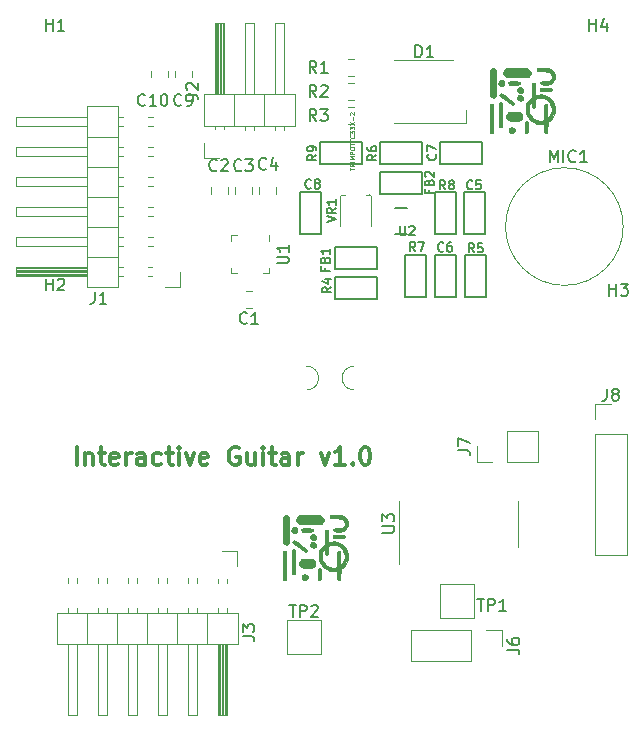
<source format=gbr>
G04 #@! TF.GenerationSoftware,KiCad,Pcbnew,(5.1.6)-1*
G04 #@! TF.CreationDate,2020-07-08T14:04:07+02:00*
G04 #@! TF.ProjectId,InteractiveGuitar,496e7465-7261-4637-9469-766547756974,rev?*
G04 #@! TF.SameCoordinates,Original*
G04 #@! TF.FileFunction,Legend,Top*
G04 #@! TF.FilePolarity,Positive*
%FSLAX46Y46*%
G04 Gerber Fmt 4.6, Leading zero omitted, Abs format (unit mm)*
G04 Created by KiCad (PCBNEW (5.1.6)-1) date 2020-07-08 14:04:07*
%MOMM*%
%LPD*%
G01*
G04 APERTURE LIST*
%ADD10C,0.300000*%
%ADD11C,0.120000*%
%ADD12C,0.100000*%
%ADD13C,0.010000*%
%ADD14C,0.050000*%
%ADD15C,0.203200*%
%ADD16C,0.150000*%
%ADD17C,0.138988*%
%ADD18C,0.038608*%
G04 APERTURE END LIST*
D10*
X125846642Y-108311071D02*
X125846642Y-106811071D01*
X126560928Y-107311071D02*
X126560928Y-108311071D01*
X126560928Y-107453928D02*
X126632357Y-107382500D01*
X126775214Y-107311071D01*
X126989500Y-107311071D01*
X127132357Y-107382500D01*
X127203785Y-107525357D01*
X127203785Y-108311071D01*
X127703785Y-107311071D02*
X128275214Y-107311071D01*
X127918071Y-106811071D02*
X127918071Y-108096785D01*
X127989500Y-108239642D01*
X128132357Y-108311071D01*
X128275214Y-108311071D01*
X129346642Y-108239642D02*
X129203785Y-108311071D01*
X128918071Y-108311071D01*
X128775214Y-108239642D01*
X128703785Y-108096785D01*
X128703785Y-107525357D01*
X128775214Y-107382500D01*
X128918071Y-107311071D01*
X129203785Y-107311071D01*
X129346642Y-107382500D01*
X129418071Y-107525357D01*
X129418071Y-107668214D01*
X128703785Y-107811071D01*
X130060928Y-108311071D02*
X130060928Y-107311071D01*
X130060928Y-107596785D02*
X130132357Y-107453928D01*
X130203785Y-107382500D01*
X130346642Y-107311071D01*
X130489500Y-107311071D01*
X131632357Y-108311071D02*
X131632357Y-107525357D01*
X131560928Y-107382500D01*
X131418071Y-107311071D01*
X131132357Y-107311071D01*
X130989500Y-107382500D01*
X131632357Y-108239642D02*
X131489500Y-108311071D01*
X131132357Y-108311071D01*
X130989500Y-108239642D01*
X130918071Y-108096785D01*
X130918071Y-107953928D01*
X130989500Y-107811071D01*
X131132357Y-107739642D01*
X131489500Y-107739642D01*
X131632357Y-107668214D01*
X132989500Y-108239642D02*
X132846642Y-108311071D01*
X132560928Y-108311071D01*
X132418071Y-108239642D01*
X132346642Y-108168214D01*
X132275214Y-108025357D01*
X132275214Y-107596785D01*
X132346642Y-107453928D01*
X132418071Y-107382500D01*
X132560928Y-107311071D01*
X132846642Y-107311071D01*
X132989500Y-107382500D01*
X133418071Y-107311071D02*
X133989500Y-107311071D01*
X133632357Y-106811071D02*
X133632357Y-108096785D01*
X133703785Y-108239642D01*
X133846642Y-108311071D01*
X133989500Y-108311071D01*
X134489500Y-108311071D02*
X134489500Y-107311071D01*
X134489500Y-106811071D02*
X134418071Y-106882500D01*
X134489500Y-106953928D01*
X134560928Y-106882500D01*
X134489500Y-106811071D01*
X134489500Y-106953928D01*
X135060928Y-107311071D02*
X135418071Y-108311071D01*
X135775214Y-107311071D01*
X136918071Y-108239642D02*
X136775214Y-108311071D01*
X136489500Y-108311071D01*
X136346642Y-108239642D01*
X136275214Y-108096785D01*
X136275214Y-107525357D01*
X136346642Y-107382500D01*
X136489500Y-107311071D01*
X136775214Y-107311071D01*
X136918071Y-107382500D01*
X136989500Y-107525357D01*
X136989500Y-107668214D01*
X136275214Y-107811071D01*
X139560928Y-106882500D02*
X139418071Y-106811071D01*
X139203785Y-106811071D01*
X138989500Y-106882500D01*
X138846642Y-107025357D01*
X138775214Y-107168214D01*
X138703785Y-107453928D01*
X138703785Y-107668214D01*
X138775214Y-107953928D01*
X138846642Y-108096785D01*
X138989500Y-108239642D01*
X139203785Y-108311071D01*
X139346642Y-108311071D01*
X139560928Y-108239642D01*
X139632357Y-108168214D01*
X139632357Y-107668214D01*
X139346642Y-107668214D01*
X140918071Y-107311071D02*
X140918071Y-108311071D01*
X140275214Y-107311071D02*
X140275214Y-108096785D01*
X140346642Y-108239642D01*
X140489500Y-108311071D01*
X140703785Y-108311071D01*
X140846642Y-108239642D01*
X140918071Y-108168214D01*
X141632357Y-108311071D02*
X141632357Y-107311071D01*
X141632357Y-106811071D02*
X141560928Y-106882500D01*
X141632357Y-106953928D01*
X141703785Y-106882500D01*
X141632357Y-106811071D01*
X141632357Y-106953928D01*
X142132357Y-107311071D02*
X142703785Y-107311071D01*
X142346642Y-106811071D02*
X142346642Y-108096785D01*
X142418071Y-108239642D01*
X142560928Y-108311071D01*
X142703785Y-108311071D01*
X143846642Y-108311071D02*
X143846642Y-107525357D01*
X143775214Y-107382500D01*
X143632357Y-107311071D01*
X143346642Y-107311071D01*
X143203785Y-107382500D01*
X143846642Y-108239642D02*
X143703785Y-108311071D01*
X143346642Y-108311071D01*
X143203785Y-108239642D01*
X143132357Y-108096785D01*
X143132357Y-107953928D01*
X143203785Y-107811071D01*
X143346642Y-107739642D01*
X143703785Y-107739642D01*
X143846642Y-107668214D01*
X144560928Y-108311071D02*
X144560928Y-107311071D01*
X144560928Y-107596785D02*
X144632357Y-107453928D01*
X144703785Y-107382500D01*
X144846642Y-107311071D01*
X144989500Y-107311071D01*
X146489500Y-107311071D02*
X146846642Y-108311071D01*
X147203785Y-107311071D01*
X148560928Y-108311071D02*
X147703785Y-108311071D01*
X148132357Y-108311071D02*
X148132357Y-106811071D01*
X147989500Y-107025357D01*
X147846642Y-107168214D01*
X147703785Y-107239642D01*
X149203785Y-108168214D02*
X149275214Y-108239642D01*
X149203785Y-108311071D01*
X149132357Y-108239642D01*
X149203785Y-108168214D01*
X149203785Y-108311071D01*
X150203785Y-106811071D02*
X150346642Y-106811071D01*
X150489500Y-106882500D01*
X150560928Y-106953928D01*
X150632357Y-107096785D01*
X150703785Y-107382500D01*
X150703785Y-107739642D01*
X150632357Y-108025357D01*
X150560928Y-108168214D01*
X150489500Y-108239642D01*
X150346642Y-108311071D01*
X150203785Y-108311071D01*
X150060928Y-108239642D01*
X149989500Y-108168214D01*
X149918071Y-108025357D01*
X149846642Y-107739642D01*
X149846642Y-107382500D01*
X149918071Y-107096785D01*
X149989500Y-106953928D01*
X150060928Y-106882500D01*
X150203785Y-106811071D01*
D11*
X164906000Y-108073500D02*
X164906000Y-105413500D01*
X162306000Y-108073500D02*
X164906000Y-108073500D01*
X162306000Y-105413500D02*
X164906000Y-105413500D01*
X162306000Y-108073500D02*
X162306000Y-105413500D01*
X161036000Y-108073500D02*
X159706000Y-108073500D01*
X159706000Y-108073500D02*
X159706000Y-106743500D01*
X163238500Y-113285500D02*
X163238500Y-111335500D01*
X163238500Y-113285500D02*
X163238500Y-115235500D01*
X153118500Y-113285500D02*
X153118500Y-111335500D01*
X153118500Y-113285500D02*
X153118500Y-116735500D01*
X132132000Y-75506078D02*
X132132000Y-74988922D01*
X133552000Y-75506078D02*
X133552000Y-74988922D01*
X134164000Y-75491078D02*
X134164000Y-74973922D01*
X135584000Y-75491078D02*
X135584000Y-74973922D01*
X139446000Y-115570000D02*
X139446000Y-116840000D01*
X138176000Y-115570000D02*
X139446000Y-115570000D01*
X125096000Y-117882929D02*
X125096000Y-118337071D01*
X125856000Y-117882929D02*
X125856000Y-118337071D01*
X125096000Y-120422929D02*
X125096000Y-120820000D01*
X125856000Y-120422929D02*
X125856000Y-120820000D01*
X125096000Y-129480000D02*
X125096000Y-123480000D01*
X125856000Y-129480000D02*
X125096000Y-129480000D01*
X125856000Y-123480000D02*
X125856000Y-129480000D01*
X126746000Y-120820000D02*
X126746000Y-123480000D01*
X127636000Y-117882929D02*
X127636000Y-118337071D01*
X128396000Y-117882929D02*
X128396000Y-118337071D01*
X127636000Y-120422929D02*
X127636000Y-120820000D01*
X128396000Y-120422929D02*
X128396000Y-120820000D01*
X127636000Y-129480000D02*
X127636000Y-123480000D01*
X128396000Y-129480000D02*
X127636000Y-129480000D01*
X128396000Y-123480000D02*
X128396000Y-129480000D01*
X129286000Y-120820000D02*
X129286000Y-123480000D01*
X130176000Y-117882929D02*
X130176000Y-118337071D01*
X130936000Y-117882929D02*
X130936000Y-118337071D01*
X130176000Y-120422929D02*
X130176000Y-120820000D01*
X130936000Y-120422929D02*
X130936000Y-120820000D01*
X130176000Y-129480000D02*
X130176000Y-123480000D01*
X130936000Y-129480000D02*
X130176000Y-129480000D01*
X130936000Y-123480000D02*
X130936000Y-129480000D01*
X131826000Y-120820000D02*
X131826000Y-123480000D01*
X132716000Y-117882929D02*
X132716000Y-118337071D01*
X133476000Y-117882929D02*
X133476000Y-118337071D01*
X132716000Y-120422929D02*
X132716000Y-120820000D01*
X133476000Y-120422929D02*
X133476000Y-120820000D01*
X132716000Y-129480000D02*
X132716000Y-123480000D01*
X133476000Y-129480000D02*
X132716000Y-129480000D01*
X133476000Y-123480000D02*
X133476000Y-129480000D01*
X134366000Y-120820000D02*
X134366000Y-123480000D01*
X135256000Y-117882929D02*
X135256000Y-118337071D01*
X136016000Y-117882929D02*
X136016000Y-118337071D01*
X135256000Y-120422929D02*
X135256000Y-120820000D01*
X136016000Y-120422929D02*
X136016000Y-120820000D01*
X135256000Y-129480000D02*
X135256000Y-123480000D01*
X136016000Y-129480000D02*
X135256000Y-129480000D01*
X136016000Y-123480000D02*
X136016000Y-129480000D01*
X136906000Y-120820000D02*
X136906000Y-123480000D01*
X137796000Y-117950000D02*
X137796000Y-118337071D01*
X138556000Y-117950000D02*
X138556000Y-118337071D01*
X137796000Y-120422929D02*
X137796000Y-120820000D01*
X138556000Y-120422929D02*
X138556000Y-120820000D01*
X137896000Y-123480000D02*
X137896000Y-129480000D01*
X138016000Y-123480000D02*
X138016000Y-129480000D01*
X138136000Y-123480000D02*
X138136000Y-129480000D01*
X138256000Y-123480000D02*
X138256000Y-129480000D01*
X138376000Y-123480000D02*
X138376000Y-129480000D01*
X138496000Y-123480000D02*
X138496000Y-129480000D01*
X137796000Y-129480000D02*
X137796000Y-123480000D01*
X138556000Y-129480000D02*
X137796000Y-129480000D01*
X138556000Y-123480000D02*
X138556000Y-129480000D01*
X139506000Y-123480000D02*
X139506000Y-120820000D01*
X124146000Y-123480000D02*
X139506000Y-123480000D01*
X124146000Y-120820000D02*
X124146000Y-123480000D01*
X139506000Y-120820000D02*
X124146000Y-120820000D01*
X143647500Y-121422500D02*
X146547500Y-121422500D01*
X146547500Y-121422500D02*
X146547500Y-124322500D01*
X146547500Y-124322500D02*
X143647500Y-124322500D01*
X143647500Y-124322500D02*
X143647500Y-121422500D01*
X156601500Y-118374500D02*
X159501500Y-118374500D01*
X159501500Y-118374500D02*
X159501500Y-121274500D01*
X159501500Y-121274500D02*
X156601500Y-121274500D01*
X156601500Y-121274500D02*
X156601500Y-118374500D01*
X154118000Y-122304500D02*
X154118000Y-124964500D01*
X159258000Y-122304500D02*
X154118000Y-122304500D01*
X159258000Y-124964500D02*
X154118000Y-124964500D01*
X159258000Y-122304500D02*
X159258000Y-124964500D01*
X160528000Y-122304500D02*
X161858000Y-122304500D01*
X161858000Y-122304500D02*
X161858000Y-123634500D01*
X136652000Y-82296000D02*
X136652000Y-81026000D01*
X137922000Y-82296000D02*
X136652000Y-82296000D01*
X143382000Y-79983071D02*
X143382000Y-79586000D01*
X142622000Y-79983071D02*
X142622000Y-79586000D01*
X143382000Y-70926000D02*
X143382000Y-76926000D01*
X142622000Y-70926000D02*
X143382000Y-70926000D01*
X142622000Y-76926000D02*
X142622000Y-70926000D01*
X141732000Y-79586000D02*
X141732000Y-76926000D01*
X140842000Y-79983071D02*
X140842000Y-79586000D01*
X140082000Y-79983071D02*
X140082000Y-79586000D01*
X140842000Y-70926000D02*
X140842000Y-76926000D01*
X140082000Y-70926000D02*
X140842000Y-70926000D01*
X140082000Y-76926000D02*
X140082000Y-70926000D01*
X139192000Y-79586000D02*
X139192000Y-76926000D01*
X138302000Y-79916000D02*
X138302000Y-79586000D01*
X137542000Y-79916000D02*
X137542000Y-79586000D01*
X138202000Y-76926000D02*
X138202000Y-70926000D01*
X138082000Y-76926000D02*
X138082000Y-70926000D01*
X137962000Y-76926000D02*
X137962000Y-70926000D01*
X137842000Y-76926000D02*
X137842000Y-70926000D01*
X137722000Y-76926000D02*
X137722000Y-70926000D01*
X137602000Y-76926000D02*
X137602000Y-70926000D01*
X138302000Y-70926000D02*
X138302000Y-76926000D01*
X137542000Y-70926000D02*
X138302000Y-70926000D01*
X137542000Y-76926000D02*
X137542000Y-70926000D01*
X136592000Y-76926000D02*
X136592000Y-79586000D01*
X144332000Y-76926000D02*
X136592000Y-76926000D01*
X144332000Y-79586000D02*
X144332000Y-76926000D01*
X136592000Y-79586000D02*
X144332000Y-79586000D01*
X134620000Y-93218000D02*
X133350000Y-93218000D01*
X134620000Y-91948000D02*
X134620000Y-93218000D01*
X132307071Y-78868000D02*
X131852929Y-78868000D01*
X132307071Y-79628000D02*
X131852929Y-79628000D01*
X129767071Y-78868000D02*
X129370000Y-78868000D01*
X129767071Y-79628000D02*
X129370000Y-79628000D01*
X120710000Y-78868000D02*
X126710000Y-78868000D01*
X120710000Y-79628000D02*
X120710000Y-78868000D01*
X126710000Y-79628000D02*
X120710000Y-79628000D01*
X129370000Y-80518000D02*
X126710000Y-80518000D01*
X132307071Y-81408000D02*
X131852929Y-81408000D01*
X132307071Y-82168000D02*
X131852929Y-82168000D01*
X129767071Y-81408000D02*
X129370000Y-81408000D01*
X129767071Y-82168000D02*
X129370000Y-82168000D01*
X120710000Y-81408000D02*
X126710000Y-81408000D01*
X120710000Y-82168000D02*
X120710000Y-81408000D01*
X126710000Y-82168000D02*
X120710000Y-82168000D01*
X129370000Y-83058000D02*
X126710000Y-83058000D01*
X132307071Y-83948000D02*
X131852929Y-83948000D01*
X132307071Y-84708000D02*
X131852929Y-84708000D01*
X129767071Y-83948000D02*
X129370000Y-83948000D01*
X129767071Y-84708000D02*
X129370000Y-84708000D01*
X120710000Y-83948000D02*
X126710000Y-83948000D01*
X120710000Y-84708000D02*
X120710000Y-83948000D01*
X126710000Y-84708000D02*
X120710000Y-84708000D01*
X129370000Y-85598000D02*
X126710000Y-85598000D01*
X132307071Y-86488000D02*
X131852929Y-86488000D01*
X132307071Y-87248000D02*
X131852929Y-87248000D01*
X129767071Y-86488000D02*
X129370000Y-86488000D01*
X129767071Y-87248000D02*
X129370000Y-87248000D01*
X120710000Y-86488000D02*
X126710000Y-86488000D01*
X120710000Y-87248000D02*
X120710000Y-86488000D01*
X126710000Y-87248000D02*
X120710000Y-87248000D01*
X129370000Y-88138000D02*
X126710000Y-88138000D01*
X132307071Y-89028000D02*
X131852929Y-89028000D01*
X132307071Y-89788000D02*
X131852929Y-89788000D01*
X129767071Y-89028000D02*
X129370000Y-89028000D01*
X129767071Y-89788000D02*
X129370000Y-89788000D01*
X120710000Y-89028000D02*
X126710000Y-89028000D01*
X120710000Y-89788000D02*
X120710000Y-89028000D01*
X126710000Y-89788000D02*
X120710000Y-89788000D01*
X129370000Y-90678000D02*
X126710000Y-90678000D01*
X132240000Y-91568000D02*
X131852929Y-91568000D01*
X132240000Y-92328000D02*
X131852929Y-92328000D01*
X129767071Y-91568000D02*
X129370000Y-91568000D01*
X129767071Y-92328000D02*
X129370000Y-92328000D01*
X126710000Y-91668000D02*
X120710000Y-91668000D01*
X126710000Y-91788000D02*
X120710000Y-91788000D01*
X126710000Y-91908000D02*
X120710000Y-91908000D01*
X126710000Y-92028000D02*
X120710000Y-92028000D01*
X126710000Y-92148000D02*
X120710000Y-92148000D01*
X126710000Y-92268000D02*
X120710000Y-92268000D01*
X120710000Y-91568000D02*
X126710000Y-91568000D01*
X120710000Y-92328000D02*
X120710000Y-91568000D01*
X126710000Y-92328000D02*
X120710000Y-92328000D01*
X126710000Y-93278000D02*
X129370000Y-93278000D01*
X126710000Y-77918000D02*
X126710000Y-93278000D01*
X129370000Y-77918000D02*
X126710000Y-77918000D01*
X129370000Y-93278000D02*
X129370000Y-77918000D01*
X169739000Y-115947500D02*
X172399000Y-115947500D01*
X169739000Y-105727500D02*
X169739000Y-115947500D01*
X172399000Y-105727500D02*
X172399000Y-115947500D01*
X169739000Y-105727500D02*
X172399000Y-105727500D01*
X169739000Y-104457500D02*
X169739000Y-103127500D01*
X169739000Y-103127500D02*
X171069000Y-103127500D01*
X152694000Y-74008000D02*
X157694000Y-74008000D01*
X158794000Y-78308000D02*
X158794000Y-79408000D01*
X158794000Y-79408000D02*
X152694000Y-79408000D01*
X149356578Y-78030000D02*
X148839422Y-78030000D01*
X149356578Y-79450000D02*
X148839422Y-79450000D01*
X149356578Y-75998000D02*
X148839422Y-75998000D01*
X149356578Y-77418000D02*
X148839422Y-77418000D01*
X149356578Y-73954000D02*
X148839422Y-73954000D01*
X149356578Y-75374000D02*
X148839422Y-75374000D01*
X138632000Y-85348578D02*
X138632000Y-84831422D01*
X137212000Y-85348578D02*
X137212000Y-84831422D01*
X140664000Y-85348578D02*
X140664000Y-84831422D01*
X139244000Y-85348578D02*
X139244000Y-84831422D01*
X142696000Y-85348578D02*
X142696000Y-84831422D01*
X141276000Y-85348578D02*
X141276000Y-84831422D01*
X140680578Y-93582000D02*
X140163422Y-93582000D01*
X140680578Y-95002000D02*
X140163422Y-95002000D01*
D12*
X149320000Y-99965000D02*
G75*
G03*
X149320000Y-101965000I0J-1000000D01*
G01*
X145320000Y-101965000D02*
G75*
G03*
X145320000Y-99965000I0J1000000D01*
G01*
D13*
G36*
X163639027Y-74708486D02*
G01*
X163788256Y-74712913D01*
X163895723Y-74720410D01*
X163917738Y-74723219D01*
X164054566Y-74767739D01*
X164174498Y-74849851D01*
X164260467Y-74955181D01*
X164291961Y-75038417D01*
X164288101Y-75175791D01*
X164234053Y-75309277D01*
X164140240Y-75416060D01*
X164109723Y-75437186D01*
X164075205Y-75456206D01*
X164036242Y-75471021D01*
X163984957Y-75482130D01*
X163913473Y-75490034D01*
X163813914Y-75495233D01*
X163678402Y-75498230D01*
X163499061Y-75499523D01*
X163268013Y-75499615D01*
X163131500Y-75499368D01*
X162899266Y-75497923D01*
X162685440Y-75494804D01*
X162498966Y-75490284D01*
X162348787Y-75484635D01*
X162243847Y-75478130D01*
X162193091Y-75471042D01*
X162192285Y-75470738D01*
X162091229Y-75401348D01*
X162008825Y-75294393D01*
X161961925Y-75174551D01*
X161956868Y-75126001D01*
X161981580Y-74993815D01*
X162046109Y-74868593D01*
X162136435Y-74776050D01*
X162153488Y-74765338D01*
X162204903Y-74753442D01*
X162309289Y-74742354D01*
X162456121Y-74732326D01*
X162634873Y-74723609D01*
X162835019Y-74716454D01*
X163046033Y-74711113D01*
X163257390Y-74707838D01*
X163458563Y-74706878D01*
X163639027Y-74708486D01*
G37*
X163639027Y-74708486D02*
X163788256Y-74712913D01*
X163895723Y-74720410D01*
X163917738Y-74723219D01*
X164054566Y-74767739D01*
X164174498Y-74849851D01*
X164260467Y-74955181D01*
X164291961Y-75038417D01*
X164288101Y-75175791D01*
X164234053Y-75309277D01*
X164140240Y-75416060D01*
X164109723Y-75437186D01*
X164075205Y-75456206D01*
X164036242Y-75471021D01*
X163984957Y-75482130D01*
X163913473Y-75490034D01*
X163813914Y-75495233D01*
X163678402Y-75498230D01*
X163499061Y-75499523D01*
X163268013Y-75499615D01*
X163131500Y-75499368D01*
X162899266Y-75497923D01*
X162685440Y-75494804D01*
X162498966Y-75490284D01*
X162348787Y-75484635D01*
X162243847Y-75478130D01*
X162193091Y-75471042D01*
X162192285Y-75470738D01*
X162091229Y-75401348D01*
X162008825Y-75294393D01*
X161961925Y-75174551D01*
X161956868Y-75126001D01*
X161981580Y-74993815D01*
X162046109Y-74868593D01*
X162136435Y-74776050D01*
X162153488Y-74765338D01*
X162204903Y-74753442D01*
X162309289Y-74742354D01*
X162456121Y-74732326D01*
X162634873Y-74723609D01*
X162835019Y-74716454D01*
X163046033Y-74711113D01*
X163257390Y-74707838D01*
X163458563Y-74706878D01*
X163639027Y-74708486D01*
G36*
X165610970Y-74744204D02*
G01*
X165742036Y-74746966D01*
X165829448Y-74751882D01*
X165848895Y-74754385D01*
X165951372Y-74795868D01*
X166066375Y-74877052D01*
X166175583Y-74982132D01*
X166260673Y-75095304D01*
X166275845Y-75122646D01*
X166321416Y-75263152D01*
X166337465Y-75429811D01*
X166323418Y-75593992D01*
X166287605Y-75709753D01*
X166189297Y-75855796D01*
X166050783Y-75982166D01*
X165892628Y-76072305D01*
X165801581Y-76101123D01*
X165638776Y-76126601D01*
X165475503Y-76136016D01*
X165328928Y-76129749D01*
X165216222Y-76108183D01*
X165170564Y-76087074D01*
X165111044Y-76017089D01*
X165106652Y-75939188D01*
X165138100Y-75888850D01*
X165191857Y-75868270D01*
X165298517Y-75855141D01*
X165440744Y-75850750D01*
X165640730Y-75841204D01*
X165791170Y-75810132D01*
X165903454Y-75753876D01*
X165982834Y-75676751D01*
X166058085Y-75536340D01*
X166071588Y-75388795D01*
X166031961Y-75258867D01*
X165984450Y-75172816D01*
X165932865Y-75108865D01*
X165867046Y-75063348D01*
X165776831Y-75032599D01*
X165652058Y-75012954D01*
X165482567Y-75000748D01*
X165296235Y-74993500D01*
X164798375Y-74977625D01*
X164798375Y-74755375D01*
X165274625Y-74745978D01*
X165450437Y-74743806D01*
X165610970Y-74744204D01*
G37*
X165610970Y-74744204D02*
X165742036Y-74746966D01*
X165829448Y-74751882D01*
X165848895Y-74754385D01*
X165951372Y-74795868D01*
X166066375Y-74877052D01*
X166175583Y-74982132D01*
X166260673Y-75095304D01*
X166275845Y-75122646D01*
X166321416Y-75263152D01*
X166337465Y-75429811D01*
X166323418Y-75593992D01*
X166287605Y-75709753D01*
X166189297Y-75855796D01*
X166050783Y-75982166D01*
X165892628Y-76072305D01*
X165801581Y-76101123D01*
X165638776Y-76126601D01*
X165475503Y-76136016D01*
X165328928Y-76129749D01*
X165216222Y-76108183D01*
X165170564Y-76087074D01*
X165111044Y-76017089D01*
X165106652Y-75939188D01*
X165138100Y-75888850D01*
X165191857Y-75868270D01*
X165298517Y-75855141D01*
X165440744Y-75850750D01*
X165640730Y-75841204D01*
X165791170Y-75810132D01*
X165903454Y-75753876D01*
X165982834Y-75676751D01*
X166058085Y-75536340D01*
X166071588Y-75388795D01*
X166031961Y-75258867D01*
X165984450Y-75172816D01*
X165932865Y-75108865D01*
X165867046Y-75063348D01*
X165776831Y-75032599D01*
X165652058Y-75012954D01*
X165482567Y-75000748D01*
X165296235Y-74993500D01*
X164798375Y-74977625D01*
X164798375Y-74755375D01*
X165274625Y-74745978D01*
X165450437Y-74743806D01*
X165610970Y-74744204D01*
G36*
X163067452Y-75852484D02*
G01*
X163205214Y-75859199D01*
X163297111Y-75873158D01*
X163351931Y-75896627D01*
X163378464Y-75931869D01*
X163385497Y-75981151D01*
X163385500Y-75982299D01*
X163370293Y-76043398D01*
X163320097Y-76086974D01*
X163228049Y-76115063D01*
X163087285Y-76129702D01*
X162890942Y-76132930D01*
X162878372Y-76132816D01*
X162727486Y-76130129D01*
X162596412Y-76125637D01*
X162500331Y-76119997D01*
X162456834Y-76114618D01*
X162404713Y-76072735D01*
X162378870Y-75999283D01*
X162386715Y-75923325D01*
X162401592Y-75897962D01*
X162430827Y-75878129D01*
X162486393Y-75864455D01*
X162577929Y-75855979D01*
X162715072Y-75851739D01*
X162875037Y-75850750D01*
X163067452Y-75852484D01*
G37*
X163067452Y-75852484D02*
X163205214Y-75859199D01*
X163297111Y-75873158D01*
X163351931Y-75896627D01*
X163378464Y-75931869D01*
X163385497Y-75981151D01*
X163385500Y-75982299D01*
X163370293Y-76043398D01*
X163320097Y-76086974D01*
X163228049Y-76115063D01*
X163087285Y-76129702D01*
X162890942Y-76132930D01*
X162878372Y-76132816D01*
X162727486Y-76130129D01*
X162596412Y-76125637D01*
X162500331Y-76119997D01*
X162456834Y-76114618D01*
X162404713Y-76072735D01*
X162378870Y-75999283D01*
X162386715Y-75923325D01*
X162401592Y-75897962D01*
X162430827Y-75878129D01*
X162486393Y-75864455D01*
X162577929Y-75855979D01*
X162715072Y-75851739D01*
X162875037Y-75850750D01*
X163067452Y-75852484D01*
G36*
X161916738Y-75755265D02*
G01*
X161995161Y-75817233D01*
X162046675Y-75901908D01*
X162061086Y-75999681D01*
X162028201Y-76100946D01*
X161991066Y-76149643D01*
X161899075Y-76222784D01*
X161798296Y-76243758D01*
X161743070Y-76238569D01*
X161659889Y-76197468D01*
X161589454Y-76115317D01*
X161548440Y-76014442D01*
X161544000Y-75972025D01*
X161571008Y-75871879D01*
X161621931Y-75801681D01*
X161719930Y-75737881D01*
X161821597Y-75725612D01*
X161916738Y-75755265D01*
G37*
X161916738Y-75755265D02*
X161995161Y-75817233D01*
X162046675Y-75901908D01*
X162061086Y-75999681D01*
X162028201Y-76100946D01*
X161991066Y-76149643D01*
X161899075Y-76222784D01*
X161798296Y-76243758D01*
X161743070Y-76238569D01*
X161659889Y-76197468D01*
X161589454Y-76115317D01*
X161548440Y-76014442D01*
X161544000Y-75972025D01*
X161571008Y-75871879D01*
X161621931Y-75801681D01*
X161719930Y-75737881D01*
X161821597Y-75725612D01*
X161916738Y-75755265D01*
G36*
X165533258Y-76396626D02*
G01*
X165575989Y-76397485D01*
X165748478Y-76401907D01*
X165868563Y-76407808D01*
X165947341Y-76416954D01*
X165995907Y-76431109D01*
X166025356Y-76452037D01*
X166040329Y-76471347D01*
X166066590Y-76529203D01*
X166049381Y-76583647D01*
X166034404Y-76606285D01*
X166010875Y-76634678D01*
X165979578Y-76654144D01*
X165929229Y-76666357D01*
X165848543Y-76672994D01*
X165726237Y-76675733D01*
X165563495Y-76676250D01*
X165388605Y-76675263D01*
X165265981Y-76671387D01*
X165184406Y-76663250D01*
X165132664Y-76649479D01*
X165099537Y-76628702D01*
X165089045Y-76618187D01*
X165042703Y-76548596D01*
X165052356Y-76489995D01*
X165095614Y-76442093D01*
X165128773Y-76420004D01*
X165177842Y-76405460D01*
X165254095Y-76397414D01*
X165368809Y-76394818D01*
X165533258Y-76396626D01*
G37*
X165533258Y-76396626D02*
X165575989Y-76397485D01*
X165748478Y-76401907D01*
X165868563Y-76407808D01*
X165947341Y-76416954D01*
X165995907Y-76431109D01*
X166025356Y-76452037D01*
X166040329Y-76471347D01*
X166066590Y-76529203D01*
X166049381Y-76583647D01*
X166034404Y-76606285D01*
X166010875Y-76634678D01*
X165979578Y-76654144D01*
X165929229Y-76666357D01*
X165848543Y-76672994D01*
X165726237Y-76675733D01*
X165563495Y-76676250D01*
X165388605Y-76675263D01*
X165265981Y-76671387D01*
X165184406Y-76663250D01*
X165132664Y-76649479D01*
X165099537Y-76628702D01*
X165089045Y-76618187D01*
X165042703Y-76548596D01*
X165052356Y-76489995D01*
X165095614Y-76442093D01*
X165128773Y-76420004D01*
X165177842Y-76405460D01*
X165254095Y-76397414D01*
X165368809Y-76394818D01*
X165533258Y-76396626D01*
G36*
X163490780Y-76343179D02*
G01*
X163568432Y-76401421D01*
X163589052Y-76424686D01*
X163651564Y-76513244D01*
X163666989Y-76589023D01*
X163638621Y-76677902D01*
X163624799Y-76705729D01*
X163547523Y-76794671D01*
X163443034Y-76836342D01*
X163328813Y-76828581D01*
X163222337Y-76769228D01*
X163209431Y-76757068D01*
X163146281Y-76656590D01*
X163136032Y-76548667D01*
X163172165Y-76448243D01*
X163248159Y-76370259D01*
X163357492Y-76329659D01*
X163397109Y-76327000D01*
X163490780Y-76343179D01*
G37*
X163490780Y-76343179D02*
X163568432Y-76401421D01*
X163589052Y-76424686D01*
X163651564Y-76513244D01*
X163666989Y-76589023D01*
X163638621Y-76677902D01*
X163624799Y-76705729D01*
X163547523Y-76794671D01*
X163443034Y-76836342D01*
X163328813Y-76828581D01*
X163222337Y-76769228D01*
X163209431Y-76757068D01*
X163146281Y-76656590D01*
X163136032Y-76548667D01*
X163172165Y-76448243D01*
X163248159Y-76370259D01*
X163357492Y-76329659D01*
X163397109Y-76327000D01*
X163490780Y-76343179D01*
G36*
X161225750Y-74768767D02*
G01*
X161287695Y-74823156D01*
X161305338Y-74847739D01*
X161319511Y-74876399D01*
X161330593Y-74915895D01*
X161338963Y-74972985D01*
X161345002Y-75054428D01*
X161349088Y-75166984D01*
X161351601Y-75317409D01*
X161352920Y-75512462D01*
X161353426Y-75758903D01*
X161353500Y-75995084D01*
X161353500Y-77083355D01*
X161255813Y-77165552D01*
X161161847Y-77228981D01*
X161077511Y-77241337D01*
X160978712Y-77205351D01*
X160965713Y-77198443D01*
X160925057Y-77171945D01*
X160892135Y-77136813D01*
X160866229Y-77086702D01*
X160846621Y-77015269D01*
X160832594Y-76916169D01*
X160823427Y-76783057D01*
X160818405Y-76609590D01*
X160816808Y-76389422D01*
X160817918Y-76116210D01*
X160819735Y-75908825D01*
X160829625Y-74903276D01*
X160906596Y-74821388D01*
X161006573Y-74753719D01*
X161119335Y-74736208D01*
X161225750Y-74768767D01*
G37*
X161225750Y-74768767D02*
X161287695Y-74823156D01*
X161305338Y-74847739D01*
X161319511Y-74876399D01*
X161330593Y-74915895D01*
X161338963Y-74972985D01*
X161345002Y-75054428D01*
X161349088Y-75166984D01*
X161351601Y-75317409D01*
X161352920Y-75512462D01*
X161353426Y-75758903D01*
X161353500Y-75995084D01*
X161353500Y-77083355D01*
X161255813Y-77165552D01*
X161161847Y-77228981D01*
X161077511Y-77241337D01*
X160978712Y-77205351D01*
X160965713Y-77198443D01*
X160925057Y-77171945D01*
X160892135Y-77136813D01*
X160866229Y-77086702D01*
X160846621Y-77015269D01*
X160832594Y-76916169D01*
X160823427Y-76783057D01*
X160818405Y-76609590D01*
X160816808Y-76389422D01*
X160817918Y-76116210D01*
X160819735Y-75908825D01*
X160829625Y-74903276D01*
X160906596Y-74821388D01*
X161006573Y-74753719D01*
X161119335Y-74736208D01*
X161225750Y-74768767D01*
G36*
X163490780Y-77009929D02*
G01*
X163568432Y-77068171D01*
X163589052Y-77091436D01*
X163642127Y-77168461D01*
X163670012Y-77236144D01*
X163671250Y-77247750D01*
X163651692Y-77308848D01*
X163603260Y-77386295D01*
X163589052Y-77404063D01*
X163487812Y-77483076D01*
X163374416Y-77504028D01*
X163262197Y-77466225D01*
X163209431Y-77423818D01*
X163146281Y-77323340D01*
X163136032Y-77215417D01*
X163172165Y-77114993D01*
X163248159Y-77037009D01*
X163357492Y-76996409D01*
X163397109Y-76993750D01*
X163490780Y-77009929D01*
G37*
X163490780Y-77009929D02*
X163568432Y-77068171D01*
X163589052Y-77091436D01*
X163642127Y-77168461D01*
X163670012Y-77236144D01*
X163671250Y-77247750D01*
X163651692Y-77308848D01*
X163603260Y-77386295D01*
X163589052Y-77404063D01*
X163487812Y-77483076D01*
X163374416Y-77504028D01*
X163262197Y-77466225D01*
X163209431Y-77423818D01*
X163146281Y-77323340D01*
X163136032Y-77215417D01*
X163172165Y-77114993D01*
X163248159Y-77037009D01*
X163357492Y-76996409D01*
X163397109Y-76993750D01*
X163490780Y-77009929D01*
G36*
X161825372Y-76887848D02*
G01*
X161912005Y-76939035D01*
X162031492Y-77016728D01*
X162174893Y-77115088D01*
X162333266Y-77228279D01*
X162353625Y-77243147D01*
X162548420Y-77388004D01*
X162694357Y-77502890D01*
X162795593Y-77592784D01*
X162856289Y-77662662D01*
X162880602Y-77717503D01*
X162872692Y-77762285D01*
X162836717Y-77801985D01*
X162826821Y-77809533D01*
X162772095Y-77842814D01*
X162747383Y-77851000D01*
X162715500Y-77833371D01*
X162640734Y-77784386D01*
X162531659Y-77709896D01*
X162396850Y-77615752D01*
X162253389Y-77513894D01*
X162057409Y-77373062D01*
X161907550Y-77263415D01*
X161797804Y-77179871D01*
X161722167Y-77117353D01*
X161674631Y-77070781D01*
X161649189Y-77035076D01*
X161639835Y-77005158D01*
X161639250Y-76994565D01*
X161666916Y-76918351D01*
X161736923Y-76873928D01*
X161780537Y-76869004D01*
X161825372Y-76887848D01*
G37*
X161825372Y-76887848D02*
X161912005Y-76939035D01*
X162031492Y-77016728D01*
X162174893Y-77115088D01*
X162333266Y-77228279D01*
X162353625Y-77243147D01*
X162548420Y-77388004D01*
X162694357Y-77502890D01*
X162795593Y-77592784D01*
X162856289Y-77662662D01*
X162880602Y-77717503D01*
X162872692Y-77762285D01*
X162836717Y-77801985D01*
X162826821Y-77809533D01*
X162772095Y-77842814D01*
X162747383Y-77851000D01*
X162715500Y-77833371D01*
X162640734Y-77784386D01*
X162531659Y-77709896D01*
X162396850Y-77615752D01*
X162253389Y-77513894D01*
X162057409Y-77373062D01*
X161907550Y-77263415D01*
X161797804Y-77179871D01*
X161722167Y-77117353D01*
X161674631Y-77070781D01*
X161649189Y-77035076D01*
X161639835Y-77005158D01*
X161639250Y-76994565D01*
X161666916Y-76918351D01*
X161736923Y-76873928D01*
X161780537Y-76869004D01*
X161825372Y-76887848D01*
G36*
X163063071Y-78422864D02*
G01*
X163213532Y-78433596D01*
X163332047Y-78450749D01*
X163403168Y-78474232D01*
X163404114Y-78474839D01*
X163508129Y-78576338D01*
X163562245Y-78702067D01*
X163567080Y-78837782D01*
X163523254Y-78969239D01*
X163431384Y-79082192D01*
X163376021Y-79122285D01*
X163323281Y-79149024D01*
X163260180Y-79166937D01*
X163173414Y-79177678D01*
X163049678Y-79182902D01*
X162877500Y-79184262D01*
X162704000Y-79182874D01*
X162580656Y-79177608D01*
X162494164Y-79166810D01*
X162431216Y-79148824D01*
X162378978Y-79122285D01*
X162278904Y-79034440D01*
X162207168Y-78920303D01*
X162179013Y-78804296D01*
X162179000Y-78801937D01*
X162202172Y-78690680D01*
X162261098Y-78577531D01*
X162339893Y-78489886D01*
X162372204Y-78468726D01*
X162450695Y-78445979D01*
X162574474Y-78430111D01*
X162728094Y-78421030D01*
X162896109Y-78418645D01*
X163063071Y-78422864D01*
G37*
X163063071Y-78422864D02*
X163213532Y-78433596D01*
X163332047Y-78450749D01*
X163403168Y-78474232D01*
X163404114Y-78474839D01*
X163508129Y-78576338D01*
X163562245Y-78702067D01*
X163567080Y-78837782D01*
X163523254Y-78969239D01*
X163431384Y-79082192D01*
X163376021Y-79122285D01*
X163323281Y-79149024D01*
X163260180Y-79166937D01*
X163173414Y-79177678D01*
X163049678Y-79182902D01*
X162877500Y-79184262D01*
X162704000Y-79182874D01*
X162580656Y-79177608D01*
X162494164Y-79166810D01*
X162431216Y-79148824D01*
X162378978Y-79122285D01*
X162278904Y-79034440D01*
X162207168Y-78920303D01*
X162179013Y-78804296D01*
X162179000Y-78801937D01*
X162202172Y-78690680D01*
X162261098Y-78577531D01*
X162339893Y-78489886D01*
X162372204Y-78468726D01*
X162450695Y-78445979D01*
X162574474Y-78430111D01*
X162728094Y-78421030D01*
X162896109Y-78418645D01*
X163063071Y-78422864D01*
G36*
X161802096Y-77622060D02*
G01*
X161833479Y-77657221D01*
X161850647Y-77682190D01*
X161864187Y-77714699D01*
X161874525Y-77762007D01*
X161882088Y-77831371D01*
X161887304Y-77930049D01*
X161890600Y-78065299D01*
X161892403Y-78244380D01*
X161893139Y-78474549D01*
X161893250Y-78672952D01*
X161892832Y-78949080D01*
X161891352Y-79168675D01*
X161888471Y-79338704D01*
X161883848Y-79466130D01*
X161877142Y-79557917D01*
X161868016Y-79621030D01*
X161856127Y-79662434D01*
X161843824Y-79685435D01*
X161783832Y-79744547D01*
X161715944Y-79746632D01*
X161663062Y-79721706D01*
X161647635Y-79708588D01*
X161635342Y-79684746D01*
X161625831Y-79643545D01*
X161618752Y-79578352D01*
X161613751Y-79482535D01*
X161610478Y-79349458D01*
X161608579Y-79172490D01*
X161607704Y-78944996D01*
X161607500Y-78674241D01*
X161607500Y-77659138D01*
X161690604Y-77621273D01*
X161755674Y-77600735D01*
X161802096Y-77622060D01*
G37*
X161802096Y-77622060D02*
X161833479Y-77657221D01*
X161850647Y-77682190D01*
X161864187Y-77714699D01*
X161874525Y-77762007D01*
X161882088Y-77831371D01*
X161887304Y-77930049D01*
X161890600Y-78065299D01*
X161892403Y-78244380D01*
X161893139Y-78474549D01*
X161893250Y-78672952D01*
X161892832Y-78949080D01*
X161891352Y-79168675D01*
X161888471Y-79338704D01*
X161883848Y-79466130D01*
X161877142Y-79557917D01*
X161868016Y-79621030D01*
X161856127Y-79662434D01*
X161843824Y-79685435D01*
X161783832Y-79744547D01*
X161715944Y-79746632D01*
X161663062Y-79721706D01*
X161647635Y-79708588D01*
X161635342Y-79684746D01*
X161625831Y-79643545D01*
X161618752Y-79578352D01*
X161613751Y-79482535D01*
X161610478Y-79349458D01*
X161608579Y-79172490D01*
X161607704Y-78944996D01*
X161607500Y-78674241D01*
X161607500Y-77659138D01*
X161690604Y-77621273D01*
X161755674Y-77600735D01*
X161802096Y-77622060D01*
G36*
X164571017Y-75951728D02*
G01*
X164605431Y-75974516D01*
X164629122Y-76022772D01*
X164644024Y-76104900D01*
X164652068Y-76229308D01*
X164655184Y-76404401D01*
X164655500Y-76518443D01*
X164655500Y-77014686D01*
X164863159Y-76971981D01*
X165129441Y-76946373D01*
X165381191Y-76977213D01*
X165613675Y-77058211D01*
X165822159Y-77183077D01*
X166001909Y-77345519D01*
X166148190Y-77539247D01*
X166256268Y-77757969D01*
X166321408Y-77995396D01*
X166338877Y-78245235D01*
X166303940Y-78501197D01*
X166211863Y-78756991D01*
X166209764Y-78761326D01*
X166151867Y-78858835D01*
X166070802Y-78968234D01*
X165977901Y-79077213D01*
X165884500Y-79173463D01*
X165801931Y-79244673D01*
X165741528Y-79278535D01*
X165732441Y-79279750D01*
X165721650Y-79309690D01*
X165712732Y-79392298D01*
X165706409Y-79516750D01*
X165703400Y-79672224D01*
X165703250Y-79717900D01*
X165701653Y-79910487D01*
X165695219Y-80048491D01*
X165681484Y-80140781D01*
X165657985Y-80196229D01*
X165622256Y-80223707D01*
X165571833Y-80232085D01*
X165560375Y-80232250D01*
X165487514Y-80215055D01*
X165455600Y-80194150D01*
X165435896Y-80139484D01*
X165423262Y-80022351D01*
X165417756Y-79843396D01*
X165417500Y-79785248D01*
X165417500Y-79414447D01*
X165267287Y-79446485D01*
X165058831Y-79461602D01*
X164833335Y-79427340D01*
X164606172Y-79348921D01*
X164392714Y-79231571D01*
X164217633Y-79089779D01*
X164043526Y-78877020D01*
X163923200Y-78640362D01*
X163856688Y-78388713D01*
X163844025Y-78130982D01*
X163849163Y-78099203D01*
X164125719Y-78099203D01*
X164128982Y-78319656D01*
X164180445Y-78530533D01*
X164275655Y-78724099D01*
X164410159Y-78892622D01*
X164579503Y-79028369D01*
X164779234Y-79123606D01*
X165004899Y-79170600D01*
X165152248Y-79172342D01*
X165261299Y-79162767D01*
X165346059Y-79149855D01*
X165382435Y-79138923D01*
X165396220Y-79100281D01*
X165406524Y-79002734D01*
X165413414Y-78845021D01*
X165416954Y-78625881D01*
X165417500Y-78470519D01*
X165418167Y-78246070D01*
X165420567Y-78076741D01*
X165425302Y-77954160D01*
X165432969Y-77869958D01*
X165444168Y-77815763D01*
X165459499Y-77783206D01*
X165467392Y-77773892D01*
X165533894Y-77729113D01*
X165598930Y-77741303D01*
X165645187Y-77776545D01*
X165666057Y-77800965D01*
X165681278Y-77837065D01*
X165691722Y-77894226D01*
X165698262Y-77981828D01*
X165701769Y-78109250D01*
X165703114Y-78285873D01*
X165703250Y-78401205D01*
X165703250Y-78973318D01*
X165785646Y-78896346D01*
X165912160Y-78739645D01*
X166008143Y-78540318D01*
X166054457Y-78374875D01*
X166074185Y-78251141D01*
X166073996Y-78147853D01*
X166052714Y-78030700D01*
X166041062Y-77983926D01*
X165951342Y-77748680D01*
X165817719Y-77551056D01*
X165647796Y-77395615D01*
X165449176Y-77286916D01*
X165229462Y-77229519D01*
X164996257Y-77227984D01*
X164835314Y-77260750D01*
X164655500Y-77313023D01*
X164655013Y-77653449D01*
X164653300Y-77819064D01*
X164646959Y-77932560D01*
X164633346Y-78005285D01*
X164609819Y-78048589D01*
X164573737Y-78073821D01*
X164555398Y-78081322D01*
X164479782Y-78085531D01*
X164424079Y-78033672D01*
X164387159Y-77923925D01*
X164369592Y-77782178D01*
X164353559Y-77549375D01*
X164281610Y-77660500D01*
X164175111Y-77876906D01*
X164125719Y-78099203D01*
X163849163Y-78099203D01*
X163885245Y-77876076D01*
X163980382Y-77632903D01*
X164129469Y-77410371D01*
X164210866Y-77322567D01*
X164368119Y-77168375D01*
X164368934Y-76627752D01*
X164371292Y-76398595D01*
X164378688Y-76225562D01*
X164392777Y-76101366D01*
X164415218Y-76018719D01*
X164447667Y-75970335D01*
X164491780Y-75948928D01*
X164523950Y-75946000D01*
X164571017Y-75951728D01*
G37*
X164571017Y-75951728D02*
X164605431Y-75974516D01*
X164629122Y-76022772D01*
X164644024Y-76104900D01*
X164652068Y-76229308D01*
X164655184Y-76404401D01*
X164655500Y-76518443D01*
X164655500Y-77014686D01*
X164863159Y-76971981D01*
X165129441Y-76946373D01*
X165381191Y-76977213D01*
X165613675Y-77058211D01*
X165822159Y-77183077D01*
X166001909Y-77345519D01*
X166148190Y-77539247D01*
X166256268Y-77757969D01*
X166321408Y-77995396D01*
X166338877Y-78245235D01*
X166303940Y-78501197D01*
X166211863Y-78756991D01*
X166209764Y-78761326D01*
X166151867Y-78858835D01*
X166070802Y-78968234D01*
X165977901Y-79077213D01*
X165884500Y-79173463D01*
X165801931Y-79244673D01*
X165741528Y-79278535D01*
X165732441Y-79279750D01*
X165721650Y-79309690D01*
X165712732Y-79392298D01*
X165706409Y-79516750D01*
X165703400Y-79672224D01*
X165703250Y-79717900D01*
X165701653Y-79910487D01*
X165695219Y-80048491D01*
X165681484Y-80140781D01*
X165657985Y-80196229D01*
X165622256Y-80223707D01*
X165571833Y-80232085D01*
X165560375Y-80232250D01*
X165487514Y-80215055D01*
X165455600Y-80194150D01*
X165435896Y-80139484D01*
X165423262Y-80022351D01*
X165417756Y-79843396D01*
X165417500Y-79785248D01*
X165417500Y-79414447D01*
X165267287Y-79446485D01*
X165058831Y-79461602D01*
X164833335Y-79427340D01*
X164606172Y-79348921D01*
X164392714Y-79231571D01*
X164217633Y-79089779D01*
X164043526Y-78877020D01*
X163923200Y-78640362D01*
X163856688Y-78388713D01*
X163844025Y-78130982D01*
X163849163Y-78099203D01*
X164125719Y-78099203D01*
X164128982Y-78319656D01*
X164180445Y-78530533D01*
X164275655Y-78724099D01*
X164410159Y-78892622D01*
X164579503Y-79028369D01*
X164779234Y-79123606D01*
X165004899Y-79170600D01*
X165152248Y-79172342D01*
X165261299Y-79162767D01*
X165346059Y-79149855D01*
X165382435Y-79138923D01*
X165396220Y-79100281D01*
X165406524Y-79002734D01*
X165413414Y-78845021D01*
X165416954Y-78625881D01*
X165417500Y-78470519D01*
X165418167Y-78246070D01*
X165420567Y-78076741D01*
X165425302Y-77954160D01*
X165432969Y-77869958D01*
X165444168Y-77815763D01*
X165459499Y-77783206D01*
X165467392Y-77773892D01*
X165533894Y-77729113D01*
X165598930Y-77741303D01*
X165645187Y-77776545D01*
X165666057Y-77800965D01*
X165681278Y-77837065D01*
X165691722Y-77894226D01*
X165698262Y-77981828D01*
X165701769Y-78109250D01*
X165703114Y-78285873D01*
X165703250Y-78401205D01*
X165703250Y-78973318D01*
X165785646Y-78896346D01*
X165912160Y-78739645D01*
X166008143Y-78540318D01*
X166054457Y-78374875D01*
X166074185Y-78251141D01*
X166073996Y-78147853D01*
X166052714Y-78030700D01*
X166041062Y-77983926D01*
X165951342Y-77748680D01*
X165817719Y-77551056D01*
X165647796Y-77395615D01*
X165449176Y-77286916D01*
X165229462Y-77229519D01*
X164996257Y-77227984D01*
X164835314Y-77260750D01*
X164655500Y-77313023D01*
X164655013Y-77653449D01*
X164653300Y-77819064D01*
X164646959Y-77932560D01*
X164633346Y-78005285D01*
X164609819Y-78048589D01*
X164573737Y-78073821D01*
X164555398Y-78081322D01*
X164479782Y-78085531D01*
X164424079Y-78033672D01*
X164387159Y-77923925D01*
X164369592Y-77782178D01*
X164353559Y-77549375D01*
X164281610Y-77660500D01*
X164175111Y-77876906D01*
X164125719Y-78099203D01*
X163849163Y-78099203D01*
X163885245Y-77876076D01*
X163980382Y-77632903D01*
X164129469Y-77410371D01*
X164210866Y-77322567D01*
X164368119Y-77168375D01*
X164368934Y-76627752D01*
X164371292Y-76398595D01*
X164378688Y-76225562D01*
X164392777Y-76101366D01*
X164415218Y-76018719D01*
X164447667Y-75970335D01*
X164491780Y-75948928D01*
X164523950Y-75946000D01*
X164571017Y-75951728D01*
G36*
X163992846Y-79241310D02*
G01*
X164024229Y-79276471D01*
X164050304Y-79317222D01*
X164067645Y-79371373D01*
X164077924Y-79451620D01*
X164082817Y-79570661D01*
X164084000Y-79729854D01*
X164081336Y-79884111D01*
X164074094Y-80019303D01*
X164063398Y-80120347D01*
X164051132Y-80170837D01*
X163999212Y-80213175D01*
X163919844Y-80233596D01*
X163845020Y-80226543D01*
X163819416Y-80211083D01*
X163811861Y-80173347D01*
X163805497Y-80084038D01*
X163800853Y-79955080D01*
X163798459Y-79798395D01*
X163798250Y-79734152D01*
X163798250Y-79278388D01*
X163881354Y-79240523D01*
X163946424Y-79219985D01*
X163992846Y-79241310D01*
G37*
X163992846Y-79241310D02*
X164024229Y-79276471D01*
X164050304Y-79317222D01*
X164067645Y-79371373D01*
X164077924Y-79451620D01*
X164082817Y-79570661D01*
X164084000Y-79729854D01*
X164081336Y-79884111D01*
X164074094Y-80019303D01*
X164063398Y-80120347D01*
X164051132Y-80170837D01*
X163999212Y-80213175D01*
X163919844Y-80233596D01*
X163845020Y-80226543D01*
X163819416Y-80211083D01*
X163811861Y-80173347D01*
X163805497Y-80084038D01*
X163800853Y-79955080D01*
X163798459Y-79798395D01*
X163798250Y-79734152D01*
X163798250Y-79278388D01*
X163881354Y-79240523D01*
X163946424Y-79219985D01*
X163992846Y-79241310D01*
G36*
X161064248Y-77767405D02*
G01*
X161074312Y-77801594D01*
X161082207Y-77879461D01*
X161088008Y-78004348D01*
X161091789Y-78179594D01*
X161093625Y-78408539D01*
X161093589Y-78694524D01*
X161091948Y-79013593D01*
X161083625Y-80216375D01*
X160980417Y-80226325D01*
X160903920Y-80224452D01*
X160862320Y-80189714D01*
X160845479Y-80152821D01*
X160837036Y-80098574D01*
X160829656Y-79986642D01*
X160823495Y-79822834D01*
X160818707Y-79612956D01*
X160815448Y-79362819D01*
X160813874Y-79078229D01*
X160813749Y-78967247D01*
X160814079Y-78667343D01*
X160815248Y-78424539D01*
X160817525Y-78232441D01*
X160821181Y-78084651D01*
X160826484Y-77974773D01*
X160833704Y-77896411D01*
X160843112Y-77843169D01*
X160854976Y-77808649D01*
X160863175Y-77794564D01*
X160931937Y-77736001D01*
X161008054Y-77729747D01*
X161064248Y-77767405D01*
G37*
X161064248Y-77767405D02*
X161074312Y-77801594D01*
X161082207Y-77879461D01*
X161088008Y-78004348D01*
X161091789Y-78179594D01*
X161093625Y-78408539D01*
X161093589Y-78694524D01*
X161091948Y-79013593D01*
X161083625Y-80216375D01*
X160980417Y-80226325D01*
X160903920Y-80224452D01*
X160862320Y-80189714D01*
X160845479Y-80152821D01*
X160837036Y-80098574D01*
X160829656Y-79986642D01*
X160823495Y-79822834D01*
X160818707Y-79612956D01*
X160815448Y-79362819D01*
X160813874Y-79078229D01*
X160813749Y-78967247D01*
X160814079Y-78667343D01*
X160815248Y-78424539D01*
X160817525Y-78232441D01*
X160821181Y-78084651D01*
X160826484Y-77974773D01*
X160833704Y-77896411D01*
X160843112Y-77843169D01*
X160854976Y-77808649D01*
X160863175Y-77794564D01*
X160931937Y-77736001D01*
X161008054Y-77729747D01*
X161064248Y-77767405D01*
G36*
X162814724Y-79763989D02*
G01*
X162888265Y-79831155D01*
X162931929Y-79920385D01*
X162935610Y-80021596D01*
X162889204Y-80124707D01*
X162869562Y-80148538D01*
X162772454Y-80226740D01*
X162670064Y-80245285D01*
X162569043Y-80216869D01*
X162476958Y-80147194D01*
X162430317Y-80048288D01*
X162431297Y-79937398D01*
X162482076Y-79831770D01*
X162515889Y-79795687D01*
X162618430Y-79736173D01*
X162721410Y-79728968D01*
X162814724Y-79763989D01*
G37*
X162814724Y-79763989D02*
X162888265Y-79831155D01*
X162931929Y-79920385D01*
X162935610Y-80021596D01*
X162889204Y-80124707D01*
X162869562Y-80148538D01*
X162772454Y-80226740D01*
X162670064Y-80245285D01*
X162569043Y-80216869D01*
X162476958Y-80147194D01*
X162430317Y-80048288D01*
X162431297Y-79937398D01*
X162482076Y-79831770D01*
X162515889Y-79795687D01*
X162618430Y-79736173D01*
X162721410Y-79728968D01*
X162814724Y-79763989D01*
D12*
X172113967Y-88138000D02*
G75*
G03*
X172113967Y-88138000I-4981967J0D01*
G01*
D13*
G36*
X146113027Y-112554486D02*
G01*
X146262256Y-112558913D01*
X146369723Y-112566410D01*
X146391738Y-112569219D01*
X146528566Y-112613739D01*
X146648498Y-112695851D01*
X146734467Y-112801181D01*
X146765961Y-112884417D01*
X146762101Y-113021791D01*
X146708053Y-113155277D01*
X146614240Y-113262060D01*
X146583723Y-113283186D01*
X146549205Y-113302206D01*
X146510242Y-113317021D01*
X146458957Y-113328130D01*
X146387473Y-113336034D01*
X146287914Y-113341233D01*
X146152402Y-113344230D01*
X145973061Y-113345523D01*
X145742013Y-113345615D01*
X145605500Y-113345368D01*
X145373266Y-113343923D01*
X145159440Y-113340804D01*
X144972966Y-113336284D01*
X144822787Y-113330635D01*
X144717847Y-113324130D01*
X144667091Y-113317042D01*
X144666285Y-113316738D01*
X144565229Y-113247348D01*
X144482825Y-113140393D01*
X144435925Y-113020551D01*
X144430868Y-112972001D01*
X144455580Y-112839815D01*
X144520109Y-112714593D01*
X144610435Y-112622050D01*
X144627488Y-112611338D01*
X144678903Y-112599442D01*
X144783289Y-112588354D01*
X144930121Y-112578326D01*
X145108873Y-112569609D01*
X145309019Y-112562454D01*
X145520033Y-112557113D01*
X145731390Y-112553838D01*
X145932563Y-112552878D01*
X146113027Y-112554486D01*
G37*
X146113027Y-112554486D02*
X146262256Y-112558913D01*
X146369723Y-112566410D01*
X146391738Y-112569219D01*
X146528566Y-112613739D01*
X146648498Y-112695851D01*
X146734467Y-112801181D01*
X146765961Y-112884417D01*
X146762101Y-113021791D01*
X146708053Y-113155277D01*
X146614240Y-113262060D01*
X146583723Y-113283186D01*
X146549205Y-113302206D01*
X146510242Y-113317021D01*
X146458957Y-113328130D01*
X146387473Y-113336034D01*
X146287914Y-113341233D01*
X146152402Y-113344230D01*
X145973061Y-113345523D01*
X145742013Y-113345615D01*
X145605500Y-113345368D01*
X145373266Y-113343923D01*
X145159440Y-113340804D01*
X144972966Y-113336284D01*
X144822787Y-113330635D01*
X144717847Y-113324130D01*
X144667091Y-113317042D01*
X144666285Y-113316738D01*
X144565229Y-113247348D01*
X144482825Y-113140393D01*
X144435925Y-113020551D01*
X144430868Y-112972001D01*
X144455580Y-112839815D01*
X144520109Y-112714593D01*
X144610435Y-112622050D01*
X144627488Y-112611338D01*
X144678903Y-112599442D01*
X144783289Y-112588354D01*
X144930121Y-112578326D01*
X145108873Y-112569609D01*
X145309019Y-112562454D01*
X145520033Y-112557113D01*
X145731390Y-112553838D01*
X145932563Y-112552878D01*
X146113027Y-112554486D01*
G36*
X148084970Y-112590204D02*
G01*
X148216036Y-112592966D01*
X148303448Y-112597882D01*
X148322895Y-112600385D01*
X148425372Y-112641868D01*
X148540375Y-112723052D01*
X148649583Y-112828132D01*
X148734673Y-112941304D01*
X148749845Y-112968646D01*
X148795416Y-113109152D01*
X148811465Y-113275811D01*
X148797418Y-113439992D01*
X148761605Y-113555753D01*
X148663297Y-113701796D01*
X148524783Y-113828166D01*
X148366628Y-113918305D01*
X148275581Y-113947123D01*
X148112776Y-113972601D01*
X147949503Y-113982016D01*
X147802928Y-113975749D01*
X147690222Y-113954183D01*
X147644564Y-113933074D01*
X147585044Y-113863089D01*
X147580652Y-113785188D01*
X147612100Y-113734850D01*
X147665857Y-113714270D01*
X147772517Y-113701141D01*
X147914744Y-113696750D01*
X148114730Y-113687204D01*
X148265170Y-113656132D01*
X148377454Y-113599876D01*
X148456834Y-113522751D01*
X148532085Y-113382340D01*
X148545588Y-113234795D01*
X148505961Y-113104867D01*
X148458450Y-113018816D01*
X148406865Y-112954865D01*
X148341046Y-112909348D01*
X148250831Y-112878599D01*
X148126058Y-112858954D01*
X147956567Y-112846748D01*
X147770235Y-112839500D01*
X147272375Y-112823625D01*
X147272375Y-112601375D01*
X147748625Y-112591978D01*
X147924437Y-112589806D01*
X148084970Y-112590204D01*
G37*
X148084970Y-112590204D02*
X148216036Y-112592966D01*
X148303448Y-112597882D01*
X148322895Y-112600385D01*
X148425372Y-112641868D01*
X148540375Y-112723052D01*
X148649583Y-112828132D01*
X148734673Y-112941304D01*
X148749845Y-112968646D01*
X148795416Y-113109152D01*
X148811465Y-113275811D01*
X148797418Y-113439992D01*
X148761605Y-113555753D01*
X148663297Y-113701796D01*
X148524783Y-113828166D01*
X148366628Y-113918305D01*
X148275581Y-113947123D01*
X148112776Y-113972601D01*
X147949503Y-113982016D01*
X147802928Y-113975749D01*
X147690222Y-113954183D01*
X147644564Y-113933074D01*
X147585044Y-113863089D01*
X147580652Y-113785188D01*
X147612100Y-113734850D01*
X147665857Y-113714270D01*
X147772517Y-113701141D01*
X147914744Y-113696750D01*
X148114730Y-113687204D01*
X148265170Y-113656132D01*
X148377454Y-113599876D01*
X148456834Y-113522751D01*
X148532085Y-113382340D01*
X148545588Y-113234795D01*
X148505961Y-113104867D01*
X148458450Y-113018816D01*
X148406865Y-112954865D01*
X148341046Y-112909348D01*
X148250831Y-112878599D01*
X148126058Y-112858954D01*
X147956567Y-112846748D01*
X147770235Y-112839500D01*
X147272375Y-112823625D01*
X147272375Y-112601375D01*
X147748625Y-112591978D01*
X147924437Y-112589806D01*
X148084970Y-112590204D01*
G36*
X145541452Y-113698484D02*
G01*
X145679214Y-113705199D01*
X145771111Y-113719158D01*
X145825931Y-113742627D01*
X145852464Y-113777869D01*
X145859497Y-113827151D01*
X145859500Y-113828299D01*
X145844293Y-113889398D01*
X145794097Y-113932974D01*
X145702049Y-113961063D01*
X145561285Y-113975702D01*
X145364942Y-113978930D01*
X145352372Y-113978816D01*
X145201486Y-113976129D01*
X145070412Y-113971637D01*
X144974331Y-113965997D01*
X144930834Y-113960618D01*
X144878713Y-113918735D01*
X144852870Y-113845283D01*
X144860715Y-113769325D01*
X144875592Y-113743962D01*
X144904827Y-113724129D01*
X144960393Y-113710455D01*
X145051929Y-113701979D01*
X145189072Y-113697739D01*
X145349037Y-113696750D01*
X145541452Y-113698484D01*
G37*
X145541452Y-113698484D02*
X145679214Y-113705199D01*
X145771111Y-113719158D01*
X145825931Y-113742627D01*
X145852464Y-113777869D01*
X145859497Y-113827151D01*
X145859500Y-113828299D01*
X145844293Y-113889398D01*
X145794097Y-113932974D01*
X145702049Y-113961063D01*
X145561285Y-113975702D01*
X145364942Y-113978930D01*
X145352372Y-113978816D01*
X145201486Y-113976129D01*
X145070412Y-113971637D01*
X144974331Y-113965997D01*
X144930834Y-113960618D01*
X144878713Y-113918735D01*
X144852870Y-113845283D01*
X144860715Y-113769325D01*
X144875592Y-113743962D01*
X144904827Y-113724129D01*
X144960393Y-113710455D01*
X145051929Y-113701979D01*
X145189072Y-113697739D01*
X145349037Y-113696750D01*
X145541452Y-113698484D01*
G36*
X144390738Y-113601265D02*
G01*
X144469161Y-113663233D01*
X144520675Y-113747908D01*
X144535086Y-113845681D01*
X144502201Y-113946946D01*
X144465066Y-113995643D01*
X144373075Y-114068784D01*
X144272296Y-114089758D01*
X144217070Y-114084569D01*
X144133889Y-114043468D01*
X144063454Y-113961317D01*
X144022440Y-113860442D01*
X144018000Y-113818025D01*
X144045008Y-113717879D01*
X144095931Y-113647681D01*
X144193930Y-113583881D01*
X144295597Y-113571612D01*
X144390738Y-113601265D01*
G37*
X144390738Y-113601265D02*
X144469161Y-113663233D01*
X144520675Y-113747908D01*
X144535086Y-113845681D01*
X144502201Y-113946946D01*
X144465066Y-113995643D01*
X144373075Y-114068784D01*
X144272296Y-114089758D01*
X144217070Y-114084569D01*
X144133889Y-114043468D01*
X144063454Y-113961317D01*
X144022440Y-113860442D01*
X144018000Y-113818025D01*
X144045008Y-113717879D01*
X144095931Y-113647681D01*
X144193930Y-113583881D01*
X144295597Y-113571612D01*
X144390738Y-113601265D01*
G36*
X148007258Y-114242626D02*
G01*
X148049989Y-114243485D01*
X148222478Y-114247907D01*
X148342563Y-114253808D01*
X148421341Y-114262954D01*
X148469907Y-114277109D01*
X148499356Y-114298037D01*
X148514329Y-114317347D01*
X148540590Y-114375203D01*
X148523381Y-114429647D01*
X148508404Y-114452285D01*
X148484875Y-114480678D01*
X148453578Y-114500144D01*
X148403229Y-114512357D01*
X148322543Y-114518994D01*
X148200237Y-114521733D01*
X148037495Y-114522250D01*
X147862605Y-114521263D01*
X147739981Y-114517387D01*
X147658406Y-114509250D01*
X147606664Y-114495479D01*
X147573537Y-114474702D01*
X147563045Y-114464187D01*
X147516703Y-114394596D01*
X147526356Y-114335995D01*
X147569614Y-114288093D01*
X147602773Y-114266004D01*
X147651842Y-114251460D01*
X147728095Y-114243414D01*
X147842809Y-114240818D01*
X148007258Y-114242626D01*
G37*
X148007258Y-114242626D02*
X148049989Y-114243485D01*
X148222478Y-114247907D01*
X148342563Y-114253808D01*
X148421341Y-114262954D01*
X148469907Y-114277109D01*
X148499356Y-114298037D01*
X148514329Y-114317347D01*
X148540590Y-114375203D01*
X148523381Y-114429647D01*
X148508404Y-114452285D01*
X148484875Y-114480678D01*
X148453578Y-114500144D01*
X148403229Y-114512357D01*
X148322543Y-114518994D01*
X148200237Y-114521733D01*
X148037495Y-114522250D01*
X147862605Y-114521263D01*
X147739981Y-114517387D01*
X147658406Y-114509250D01*
X147606664Y-114495479D01*
X147573537Y-114474702D01*
X147563045Y-114464187D01*
X147516703Y-114394596D01*
X147526356Y-114335995D01*
X147569614Y-114288093D01*
X147602773Y-114266004D01*
X147651842Y-114251460D01*
X147728095Y-114243414D01*
X147842809Y-114240818D01*
X148007258Y-114242626D01*
G36*
X145964780Y-114189179D02*
G01*
X146042432Y-114247421D01*
X146063052Y-114270686D01*
X146125564Y-114359244D01*
X146140989Y-114435023D01*
X146112621Y-114523902D01*
X146098799Y-114551729D01*
X146021523Y-114640671D01*
X145917034Y-114682342D01*
X145802813Y-114674581D01*
X145696337Y-114615228D01*
X145683431Y-114603068D01*
X145620281Y-114502590D01*
X145610032Y-114394667D01*
X145646165Y-114294243D01*
X145722159Y-114216259D01*
X145831492Y-114175659D01*
X145871109Y-114173000D01*
X145964780Y-114189179D01*
G37*
X145964780Y-114189179D02*
X146042432Y-114247421D01*
X146063052Y-114270686D01*
X146125564Y-114359244D01*
X146140989Y-114435023D01*
X146112621Y-114523902D01*
X146098799Y-114551729D01*
X146021523Y-114640671D01*
X145917034Y-114682342D01*
X145802813Y-114674581D01*
X145696337Y-114615228D01*
X145683431Y-114603068D01*
X145620281Y-114502590D01*
X145610032Y-114394667D01*
X145646165Y-114294243D01*
X145722159Y-114216259D01*
X145831492Y-114175659D01*
X145871109Y-114173000D01*
X145964780Y-114189179D01*
G36*
X143699750Y-112614767D02*
G01*
X143761695Y-112669156D01*
X143779338Y-112693739D01*
X143793511Y-112722399D01*
X143804593Y-112761895D01*
X143812963Y-112818985D01*
X143819002Y-112900428D01*
X143823088Y-113012984D01*
X143825601Y-113163409D01*
X143826920Y-113358462D01*
X143827426Y-113604903D01*
X143827500Y-113841084D01*
X143827500Y-114929355D01*
X143729813Y-115011552D01*
X143635847Y-115074981D01*
X143551511Y-115087337D01*
X143452712Y-115051351D01*
X143439713Y-115044443D01*
X143399057Y-115017945D01*
X143366135Y-114982813D01*
X143340229Y-114932702D01*
X143320621Y-114861269D01*
X143306594Y-114762169D01*
X143297427Y-114629057D01*
X143292405Y-114455590D01*
X143290808Y-114235422D01*
X143291918Y-113962210D01*
X143293735Y-113754825D01*
X143303625Y-112749276D01*
X143380596Y-112667388D01*
X143480573Y-112599719D01*
X143593335Y-112582208D01*
X143699750Y-112614767D01*
G37*
X143699750Y-112614767D02*
X143761695Y-112669156D01*
X143779338Y-112693739D01*
X143793511Y-112722399D01*
X143804593Y-112761895D01*
X143812963Y-112818985D01*
X143819002Y-112900428D01*
X143823088Y-113012984D01*
X143825601Y-113163409D01*
X143826920Y-113358462D01*
X143827426Y-113604903D01*
X143827500Y-113841084D01*
X143827500Y-114929355D01*
X143729813Y-115011552D01*
X143635847Y-115074981D01*
X143551511Y-115087337D01*
X143452712Y-115051351D01*
X143439713Y-115044443D01*
X143399057Y-115017945D01*
X143366135Y-114982813D01*
X143340229Y-114932702D01*
X143320621Y-114861269D01*
X143306594Y-114762169D01*
X143297427Y-114629057D01*
X143292405Y-114455590D01*
X143290808Y-114235422D01*
X143291918Y-113962210D01*
X143293735Y-113754825D01*
X143303625Y-112749276D01*
X143380596Y-112667388D01*
X143480573Y-112599719D01*
X143593335Y-112582208D01*
X143699750Y-112614767D01*
G36*
X145964780Y-114855929D02*
G01*
X146042432Y-114914171D01*
X146063052Y-114937436D01*
X146116127Y-115014461D01*
X146144012Y-115082144D01*
X146145250Y-115093750D01*
X146125692Y-115154848D01*
X146077260Y-115232295D01*
X146063052Y-115250063D01*
X145961812Y-115329076D01*
X145848416Y-115350028D01*
X145736197Y-115312225D01*
X145683431Y-115269818D01*
X145620281Y-115169340D01*
X145610032Y-115061417D01*
X145646165Y-114960993D01*
X145722159Y-114883009D01*
X145831492Y-114842409D01*
X145871109Y-114839750D01*
X145964780Y-114855929D01*
G37*
X145964780Y-114855929D02*
X146042432Y-114914171D01*
X146063052Y-114937436D01*
X146116127Y-115014461D01*
X146144012Y-115082144D01*
X146145250Y-115093750D01*
X146125692Y-115154848D01*
X146077260Y-115232295D01*
X146063052Y-115250063D01*
X145961812Y-115329076D01*
X145848416Y-115350028D01*
X145736197Y-115312225D01*
X145683431Y-115269818D01*
X145620281Y-115169340D01*
X145610032Y-115061417D01*
X145646165Y-114960993D01*
X145722159Y-114883009D01*
X145831492Y-114842409D01*
X145871109Y-114839750D01*
X145964780Y-114855929D01*
G36*
X144299372Y-114733848D02*
G01*
X144386005Y-114785035D01*
X144505492Y-114862728D01*
X144648893Y-114961088D01*
X144807266Y-115074279D01*
X144827625Y-115089147D01*
X145022420Y-115234004D01*
X145168357Y-115348890D01*
X145269593Y-115438784D01*
X145330289Y-115508662D01*
X145354602Y-115563503D01*
X145346692Y-115608285D01*
X145310717Y-115647985D01*
X145300821Y-115655533D01*
X145246095Y-115688814D01*
X145221383Y-115697000D01*
X145189500Y-115679371D01*
X145114734Y-115630386D01*
X145005659Y-115555896D01*
X144870850Y-115461752D01*
X144727389Y-115359894D01*
X144531409Y-115219062D01*
X144381550Y-115109415D01*
X144271804Y-115025871D01*
X144196167Y-114963353D01*
X144148631Y-114916781D01*
X144123189Y-114881076D01*
X144113835Y-114851158D01*
X144113250Y-114840565D01*
X144140916Y-114764351D01*
X144210923Y-114719928D01*
X144254537Y-114715004D01*
X144299372Y-114733848D01*
G37*
X144299372Y-114733848D02*
X144386005Y-114785035D01*
X144505492Y-114862728D01*
X144648893Y-114961088D01*
X144807266Y-115074279D01*
X144827625Y-115089147D01*
X145022420Y-115234004D01*
X145168357Y-115348890D01*
X145269593Y-115438784D01*
X145330289Y-115508662D01*
X145354602Y-115563503D01*
X145346692Y-115608285D01*
X145310717Y-115647985D01*
X145300821Y-115655533D01*
X145246095Y-115688814D01*
X145221383Y-115697000D01*
X145189500Y-115679371D01*
X145114734Y-115630386D01*
X145005659Y-115555896D01*
X144870850Y-115461752D01*
X144727389Y-115359894D01*
X144531409Y-115219062D01*
X144381550Y-115109415D01*
X144271804Y-115025871D01*
X144196167Y-114963353D01*
X144148631Y-114916781D01*
X144123189Y-114881076D01*
X144113835Y-114851158D01*
X144113250Y-114840565D01*
X144140916Y-114764351D01*
X144210923Y-114719928D01*
X144254537Y-114715004D01*
X144299372Y-114733848D01*
G36*
X145537071Y-116268864D02*
G01*
X145687532Y-116279596D01*
X145806047Y-116296749D01*
X145877168Y-116320232D01*
X145878114Y-116320839D01*
X145982129Y-116422338D01*
X146036245Y-116548067D01*
X146041080Y-116683782D01*
X145997254Y-116815239D01*
X145905384Y-116928192D01*
X145850021Y-116968285D01*
X145797281Y-116995024D01*
X145734180Y-117012937D01*
X145647414Y-117023678D01*
X145523678Y-117028902D01*
X145351500Y-117030262D01*
X145178000Y-117028874D01*
X145054656Y-117023608D01*
X144968164Y-117012810D01*
X144905216Y-116994824D01*
X144852978Y-116968285D01*
X144752904Y-116880440D01*
X144681168Y-116766303D01*
X144653013Y-116650296D01*
X144653000Y-116647937D01*
X144676172Y-116536680D01*
X144735098Y-116423531D01*
X144813893Y-116335886D01*
X144846204Y-116314726D01*
X144924695Y-116291979D01*
X145048474Y-116276111D01*
X145202094Y-116267030D01*
X145370109Y-116264645D01*
X145537071Y-116268864D01*
G37*
X145537071Y-116268864D02*
X145687532Y-116279596D01*
X145806047Y-116296749D01*
X145877168Y-116320232D01*
X145878114Y-116320839D01*
X145982129Y-116422338D01*
X146036245Y-116548067D01*
X146041080Y-116683782D01*
X145997254Y-116815239D01*
X145905384Y-116928192D01*
X145850021Y-116968285D01*
X145797281Y-116995024D01*
X145734180Y-117012937D01*
X145647414Y-117023678D01*
X145523678Y-117028902D01*
X145351500Y-117030262D01*
X145178000Y-117028874D01*
X145054656Y-117023608D01*
X144968164Y-117012810D01*
X144905216Y-116994824D01*
X144852978Y-116968285D01*
X144752904Y-116880440D01*
X144681168Y-116766303D01*
X144653013Y-116650296D01*
X144653000Y-116647937D01*
X144676172Y-116536680D01*
X144735098Y-116423531D01*
X144813893Y-116335886D01*
X144846204Y-116314726D01*
X144924695Y-116291979D01*
X145048474Y-116276111D01*
X145202094Y-116267030D01*
X145370109Y-116264645D01*
X145537071Y-116268864D01*
G36*
X144276096Y-115468060D02*
G01*
X144307479Y-115503221D01*
X144324647Y-115528190D01*
X144338187Y-115560699D01*
X144348525Y-115608007D01*
X144356088Y-115677371D01*
X144361304Y-115776049D01*
X144364600Y-115911299D01*
X144366403Y-116090380D01*
X144367139Y-116320549D01*
X144367250Y-116518952D01*
X144366832Y-116795080D01*
X144365352Y-117014675D01*
X144362471Y-117184704D01*
X144357848Y-117312130D01*
X144351142Y-117403917D01*
X144342016Y-117467030D01*
X144330127Y-117508434D01*
X144317824Y-117531435D01*
X144257832Y-117590547D01*
X144189944Y-117592632D01*
X144137062Y-117567706D01*
X144121635Y-117554588D01*
X144109342Y-117530746D01*
X144099831Y-117489545D01*
X144092752Y-117424352D01*
X144087751Y-117328535D01*
X144084478Y-117195458D01*
X144082579Y-117018490D01*
X144081704Y-116790996D01*
X144081500Y-116520241D01*
X144081500Y-115505138D01*
X144164604Y-115467273D01*
X144229674Y-115446735D01*
X144276096Y-115468060D01*
G37*
X144276096Y-115468060D02*
X144307479Y-115503221D01*
X144324647Y-115528190D01*
X144338187Y-115560699D01*
X144348525Y-115608007D01*
X144356088Y-115677371D01*
X144361304Y-115776049D01*
X144364600Y-115911299D01*
X144366403Y-116090380D01*
X144367139Y-116320549D01*
X144367250Y-116518952D01*
X144366832Y-116795080D01*
X144365352Y-117014675D01*
X144362471Y-117184704D01*
X144357848Y-117312130D01*
X144351142Y-117403917D01*
X144342016Y-117467030D01*
X144330127Y-117508434D01*
X144317824Y-117531435D01*
X144257832Y-117590547D01*
X144189944Y-117592632D01*
X144137062Y-117567706D01*
X144121635Y-117554588D01*
X144109342Y-117530746D01*
X144099831Y-117489545D01*
X144092752Y-117424352D01*
X144087751Y-117328535D01*
X144084478Y-117195458D01*
X144082579Y-117018490D01*
X144081704Y-116790996D01*
X144081500Y-116520241D01*
X144081500Y-115505138D01*
X144164604Y-115467273D01*
X144229674Y-115446735D01*
X144276096Y-115468060D01*
G36*
X147045017Y-113797728D02*
G01*
X147079431Y-113820516D01*
X147103122Y-113868772D01*
X147118024Y-113950900D01*
X147126068Y-114075308D01*
X147129184Y-114250401D01*
X147129500Y-114364443D01*
X147129500Y-114860686D01*
X147337159Y-114817981D01*
X147603441Y-114792373D01*
X147855191Y-114823213D01*
X148087675Y-114904211D01*
X148296159Y-115029077D01*
X148475909Y-115191519D01*
X148622190Y-115385247D01*
X148730268Y-115603969D01*
X148795408Y-115841396D01*
X148812877Y-116091235D01*
X148777940Y-116347197D01*
X148685863Y-116602991D01*
X148683764Y-116607326D01*
X148625867Y-116704835D01*
X148544802Y-116814234D01*
X148451901Y-116923213D01*
X148358500Y-117019463D01*
X148275931Y-117090673D01*
X148215528Y-117124535D01*
X148206441Y-117125750D01*
X148195650Y-117155690D01*
X148186732Y-117238298D01*
X148180409Y-117362750D01*
X148177400Y-117518224D01*
X148177250Y-117563900D01*
X148175653Y-117756487D01*
X148169219Y-117894491D01*
X148155484Y-117986781D01*
X148131985Y-118042229D01*
X148096256Y-118069707D01*
X148045833Y-118078085D01*
X148034375Y-118078250D01*
X147961514Y-118061055D01*
X147929600Y-118040150D01*
X147909896Y-117985484D01*
X147897262Y-117868351D01*
X147891756Y-117689396D01*
X147891500Y-117631248D01*
X147891500Y-117260447D01*
X147741287Y-117292485D01*
X147532831Y-117307602D01*
X147307335Y-117273340D01*
X147080172Y-117194921D01*
X146866714Y-117077571D01*
X146691633Y-116935779D01*
X146517526Y-116723020D01*
X146397200Y-116486362D01*
X146330688Y-116234713D01*
X146318025Y-115976982D01*
X146323163Y-115945203D01*
X146599719Y-115945203D01*
X146602982Y-116165656D01*
X146654445Y-116376533D01*
X146749655Y-116570099D01*
X146884159Y-116738622D01*
X147053503Y-116874369D01*
X147253234Y-116969606D01*
X147478899Y-117016600D01*
X147626248Y-117018342D01*
X147735299Y-117008767D01*
X147820059Y-116995855D01*
X147856435Y-116984923D01*
X147870220Y-116946281D01*
X147880524Y-116848734D01*
X147887414Y-116691021D01*
X147890954Y-116471881D01*
X147891500Y-116316519D01*
X147892167Y-116092070D01*
X147894567Y-115922741D01*
X147899302Y-115800160D01*
X147906969Y-115715958D01*
X147918168Y-115661763D01*
X147933499Y-115629206D01*
X147941392Y-115619892D01*
X148007894Y-115575113D01*
X148072930Y-115587303D01*
X148119187Y-115622545D01*
X148140057Y-115646965D01*
X148155278Y-115683065D01*
X148165722Y-115740226D01*
X148172262Y-115827828D01*
X148175769Y-115955250D01*
X148177114Y-116131873D01*
X148177250Y-116247205D01*
X148177250Y-116819318D01*
X148259646Y-116742346D01*
X148386160Y-116585645D01*
X148482143Y-116386318D01*
X148528457Y-116220875D01*
X148548185Y-116097141D01*
X148547996Y-115993853D01*
X148526714Y-115876700D01*
X148515062Y-115829926D01*
X148425342Y-115594680D01*
X148291719Y-115397056D01*
X148121796Y-115241615D01*
X147923176Y-115132916D01*
X147703462Y-115075519D01*
X147470257Y-115073984D01*
X147309314Y-115106750D01*
X147129500Y-115159023D01*
X147129013Y-115499449D01*
X147127300Y-115665064D01*
X147120959Y-115778560D01*
X147107346Y-115851285D01*
X147083819Y-115894589D01*
X147047737Y-115919821D01*
X147029398Y-115927322D01*
X146953782Y-115931531D01*
X146898079Y-115879672D01*
X146861159Y-115769925D01*
X146843592Y-115628178D01*
X146827559Y-115395375D01*
X146755610Y-115506500D01*
X146649111Y-115722906D01*
X146599719Y-115945203D01*
X146323163Y-115945203D01*
X146359245Y-115722076D01*
X146454382Y-115478903D01*
X146603469Y-115256371D01*
X146684866Y-115168567D01*
X146842119Y-115014375D01*
X146842934Y-114473752D01*
X146845292Y-114244595D01*
X146852688Y-114071562D01*
X146866777Y-113947366D01*
X146889218Y-113864719D01*
X146921667Y-113816335D01*
X146965780Y-113794928D01*
X146997950Y-113792000D01*
X147045017Y-113797728D01*
G37*
X147045017Y-113797728D02*
X147079431Y-113820516D01*
X147103122Y-113868772D01*
X147118024Y-113950900D01*
X147126068Y-114075308D01*
X147129184Y-114250401D01*
X147129500Y-114364443D01*
X147129500Y-114860686D01*
X147337159Y-114817981D01*
X147603441Y-114792373D01*
X147855191Y-114823213D01*
X148087675Y-114904211D01*
X148296159Y-115029077D01*
X148475909Y-115191519D01*
X148622190Y-115385247D01*
X148730268Y-115603969D01*
X148795408Y-115841396D01*
X148812877Y-116091235D01*
X148777940Y-116347197D01*
X148685863Y-116602991D01*
X148683764Y-116607326D01*
X148625867Y-116704835D01*
X148544802Y-116814234D01*
X148451901Y-116923213D01*
X148358500Y-117019463D01*
X148275931Y-117090673D01*
X148215528Y-117124535D01*
X148206441Y-117125750D01*
X148195650Y-117155690D01*
X148186732Y-117238298D01*
X148180409Y-117362750D01*
X148177400Y-117518224D01*
X148177250Y-117563900D01*
X148175653Y-117756487D01*
X148169219Y-117894491D01*
X148155484Y-117986781D01*
X148131985Y-118042229D01*
X148096256Y-118069707D01*
X148045833Y-118078085D01*
X148034375Y-118078250D01*
X147961514Y-118061055D01*
X147929600Y-118040150D01*
X147909896Y-117985484D01*
X147897262Y-117868351D01*
X147891756Y-117689396D01*
X147891500Y-117631248D01*
X147891500Y-117260447D01*
X147741287Y-117292485D01*
X147532831Y-117307602D01*
X147307335Y-117273340D01*
X147080172Y-117194921D01*
X146866714Y-117077571D01*
X146691633Y-116935779D01*
X146517526Y-116723020D01*
X146397200Y-116486362D01*
X146330688Y-116234713D01*
X146318025Y-115976982D01*
X146323163Y-115945203D01*
X146599719Y-115945203D01*
X146602982Y-116165656D01*
X146654445Y-116376533D01*
X146749655Y-116570099D01*
X146884159Y-116738622D01*
X147053503Y-116874369D01*
X147253234Y-116969606D01*
X147478899Y-117016600D01*
X147626248Y-117018342D01*
X147735299Y-117008767D01*
X147820059Y-116995855D01*
X147856435Y-116984923D01*
X147870220Y-116946281D01*
X147880524Y-116848734D01*
X147887414Y-116691021D01*
X147890954Y-116471881D01*
X147891500Y-116316519D01*
X147892167Y-116092070D01*
X147894567Y-115922741D01*
X147899302Y-115800160D01*
X147906969Y-115715958D01*
X147918168Y-115661763D01*
X147933499Y-115629206D01*
X147941392Y-115619892D01*
X148007894Y-115575113D01*
X148072930Y-115587303D01*
X148119187Y-115622545D01*
X148140057Y-115646965D01*
X148155278Y-115683065D01*
X148165722Y-115740226D01*
X148172262Y-115827828D01*
X148175769Y-115955250D01*
X148177114Y-116131873D01*
X148177250Y-116247205D01*
X148177250Y-116819318D01*
X148259646Y-116742346D01*
X148386160Y-116585645D01*
X148482143Y-116386318D01*
X148528457Y-116220875D01*
X148548185Y-116097141D01*
X148547996Y-115993853D01*
X148526714Y-115876700D01*
X148515062Y-115829926D01*
X148425342Y-115594680D01*
X148291719Y-115397056D01*
X148121796Y-115241615D01*
X147923176Y-115132916D01*
X147703462Y-115075519D01*
X147470257Y-115073984D01*
X147309314Y-115106750D01*
X147129500Y-115159023D01*
X147129013Y-115499449D01*
X147127300Y-115665064D01*
X147120959Y-115778560D01*
X147107346Y-115851285D01*
X147083819Y-115894589D01*
X147047737Y-115919821D01*
X147029398Y-115927322D01*
X146953782Y-115931531D01*
X146898079Y-115879672D01*
X146861159Y-115769925D01*
X146843592Y-115628178D01*
X146827559Y-115395375D01*
X146755610Y-115506500D01*
X146649111Y-115722906D01*
X146599719Y-115945203D01*
X146323163Y-115945203D01*
X146359245Y-115722076D01*
X146454382Y-115478903D01*
X146603469Y-115256371D01*
X146684866Y-115168567D01*
X146842119Y-115014375D01*
X146842934Y-114473752D01*
X146845292Y-114244595D01*
X146852688Y-114071562D01*
X146866777Y-113947366D01*
X146889218Y-113864719D01*
X146921667Y-113816335D01*
X146965780Y-113794928D01*
X146997950Y-113792000D01*
X147045017Y-113797728D01*
G36*
X146466846Y-117087310D02*
G01*
X146498229Y-117122471D01*
X146524304Y-117163222D01*
X146541645Y-117217373D01*
X146551924Y-117297620D01*
X146556817Y-117416661D01*
X146558000Y-117575854D01*
X146555336Y-117730111D01*
X146548094Y-117865303D01*
X146537398Y-117966347D01*
X146525132Y-118016837D01*
X146473212Y-118059175D01*
X146393844Y-118079596D01*
X146319020Y-118072543D01*
X146293416Y-118057083D01*
X146285861Y-118019347D01*
X146279497Y-117930038D01*
X146274853Y-117801080D01*
X146272459Y-117644395D01*
X146272250Y-117580152D01*
X146272250Y-117124388D01*
X146355354Y-117086523D01*
X146420424Y-117065985D01*
X146466846Y-117087310D01*
G37*
X146466846Y-117087310D02*
X146498229Y-117122471D01*
X146524304Y-117163222D01*
X146541645Y-117217373D01*
X146551924Y-117297620D01*
X146556817Y-117416661D01*
X146558000Y-117575854D01*
X146555336Y-117730111D01*
X146548094Y-117865303D01*
X146537398Y-117966347D01*
X146525132Y-118016837D01*
X146473212Y-118059175D01*
X146393844Y-118079596D01*
X146319020Y-118072543D01*
X146293416Y-118057083D01*
X146285861Y-118019347D01*
X146279497Y-117930038D01*
X146274853Y-117801080D01*
X146272459Y-117644395D01*
X146272250Y-117580152D01*
X146272250Y-117124388D01*
X146355354Y-117086523D01*
X146420424Y-117065985D01*
X146466846Y-117087310D01*
G36*
X143538248Y-115613405D02*
G01*
X143548312Y-115647594D01*
X143556207Y-115725461D01*
X143562008Y-115850348D01*
X143565789Y-116025594D01*
X143567625Y-116254539D01*
X143567589Y-116540524D01*
X143565948Y-116859593D01*
X143557625Y-118062375D01*
X143454417Y-118072325D01*
X143377920Y-118070452D01*
X143336320Y-118035714D01*
X143319479Y-117998821D01*
X143311036Y-117944574D01*
X143303656Y-117832642D01*
X143297495Y-117668834D01*
X143292707Y-117458956D01*
X143289448Y-117208819D01*
X143287874Y-116924229D01*
X143287749Y-116813247D01*
X143288079Y-116513343D01*
X143289248Y-116270539D01*
X143291525Y-116078441D01*
X143295181Y-115930651D01*
X143300484Y-115820773D01*
X143307704Y-115742411D01*
X143317112Y-115689169D01*
X143328976Y-115654649D01*
X143337175Y-115640564D01*
X143405937Y-115582001D01*
X143482054Y-115575747D01*
X143538248Y-115613405D01*
G37*
X143538248Y-115613405D02*
X143548312Y-115647594D01*
X143556207Y-115725461D01*
X143562008Y-115850348D01*
X143565789Y-116025594D01*
X143567625Y-116254539D01*
X143567589Y-116540524D01*
X143565948Y-116859593D01*
X143557625Y-118062375D01*
X143454417Y-118072325D01*
X143377920Y-118070452D01*
X143336320Y-118035714D01*
X143319479Y-117998821D01*
X143311036Y-117944574D01*
X143303656Y-117832642D01*
X143297495Y-117668834D01*
X143292707Y-117458956D01*
X143289448Y-117208819D01*
X143287874Y-116924229D01*
X143287749Y-116813247D01*
X143288079Y-116513343D01*
X143289248Y-116270539D01*
X143291525Y-116078441D01*
X143295181Y-115930651D01*
X143300484Y-115820773D01*
X143307704Y-115742411D01*
X143317112Y-115689169D01*
X143328976Y-115654649D01*
X143337175Y-115640564D01*
X143405937Y-115582001D01*
X143482054Y-115575747D01*
X143538248Y-115613405D01*
G36*
X145288724Y-117609989D02*
G01*
X145362265Y-117677155D01*
X145405929Y-117766385D01*
X145409610Y-117867596D01*
X145363204Y-117970707D01*
X145343562Y-117994538D01*
X145246454Y-118072740D01*
X145144064Y-118091285D01*
X145043043Y-118062869D01*
X144950958Y-117993194D01*
X144904317Y-117894288D01*
X144905297Y-117783398D01*
X144956076Y-117677770D01*
X144989889Y-117641687D01*
X145092430Y-117582173D01*
X145195410Y-117574968D01*
X145288724Y-117609989D01*
G37*
X145288724Y-117609989D02*
X145362265Y-117677155D01*
X145405929Y-117766385D01*
X145409610Y-117867596D01*
X145363204Y-117970707D01*
X145343562Y-117994538D01*
X145246454Y-118072740D01*
X145144064Y-118091285D01*
X145043043Y-118062869D01*
X144950958Y-117993194D01*
X144904317Y-117894288D01*
X144905297Y-117783398D01*
X144956076Y-117677770D01*
X144989889Y-117641687D01*
X145092430Y-117582173D01*
X145195410Y-117574968D01*
X145288724Y-117609989D01*
D14*
X150779000Y-85585000D02*
X150789000Y-88085000D01*
X150379000Y-85435000D02*
X150629000Y-85435000D01*
X148149000Y-85605000D02*
X148139000Y-88095000D01*
X148579000Y-85445000D02*
X148309000Y-85445000D01*
X150779000Y-85585000D02*
G75*
G02*
X150629000Y-85435000I0J150000D01*
G01*
X148149000Y-85605000D02*
G75*
G03*
X148309000Y-85445000I0J160000D01*
G01*
D15*
X153789000Y-88730000D02*
X152789000Y-88730000D01*
X152789000Y-86530000D02*
X153789000Y-86530000D01*
D11*
X142124000Y-89363000D02*
X142124000Y-88888000D01*
X138904000Y-92108000D02*
X139379000Y-92108000D01*
X138904000Y-91633000D02*
X138904000Y-92108000D01*
X138904000Y-88888000D02*
X139379000Y-88888000D01*
X138904000Y-89363000D02*
X138904000Y-88888000D01*
X142124000Y-92108000D02*
X141649000Y-92108000D01*
X142124000Y-91633000D02*
X142124000Y-92108000D01*
D15*
X150009000Y-82815000D02*
X146409000Y-82815000D01*
X150009000Y-81015000D02*
X150009000Y-82815000D01*
X146409000Y-81015000D02*
X150009000Y-81015000D01*
X146409000Y-82815000D02*
X146409000Y-81015000D01*
X157999000Y-85195000D02*
X157999000Y-88795000D01*
X156199000Y-85195000D02*
X157999000Y-85195000D01*
X156199000Y-88795000D02*
X156199000Y-85195000D01*
X157999000Y-88795000D02*
X156199000Y-88795000D01*
X153659000Y-94135000D02*
X153659000Y-90535000D01*
X155459000Y-94135000D02*
X153659000Y-94135000D01*
X155459000Y-90535000D02*
X155459000Y-94135000D01*
X153659000Y-90535000D02*
X155459000Y-90535000D01*
X155089000Y-82815000D02*
X151489000Y-82815000D01*
X155089000Y-81015000D02*
X155089000Y-82815000D01*
X151489000Y-81015000D02*
X155089000Y-81015000D01*
X151489000Y-82815000D02*
X151489000Y-81015000D01*
X158739000Y-94135000D02*
X158739000Y-90535000D01*
X160539000Y-94135000D02*
X158739000Y-94135000D01*
X160539000Y-90535000D02*
X160539000Y-94135000D01*
X158739000Y-90535000D02*
X160539000Y-90535000D01*
X147679000Y-92445000D02*
X151279000Y-92445000D01*
X147679000Y-94245000D02*
X147679000Y-92445000D01*
X151279000Y-94245000D02*
X147679000Y-94245000D01*
X151279000Y-92445000D02*
X151279000Y-94245000D01*
X151489000Y-83555000D02*
X155089000Y-83555000D01*
X151489000Y-85355000D02*
X151489000Y-83555000D01*
X155089000Y-85355000D02*
X151489000Y-85355000D01*
X155089000Y-83555000D02*
X155089000Y-85355000D01*
X151279000Y-91705000D02*
X147679000Y-91705000D01*
X151279000Y-89905000D02*
X151279000Y-91705000D01*
X147679000Y-89905000D02*
X151279000Y-89905000D01*
X147679000Y-91705000D02*
X147679000Y-89905000D01*
X146569000Y-85195000D02*
X146569000Y-88795000D01*
X144769000Y-85195000D02*
X146569000Y-85195000D01*
X144769000Y-88795000D02*
X144769000Y-85195000D01*
X146569000Y-88795000D02*
X144769000Y-88795000D01*
X156569000Y-81015000D02*
X160169000Y-81015000D01*
X156569000Y-82815000D02*
X156569000Y-81015000D01*
X160169000Y-82815000D02*
X156569000Y-82815000D01*
X160169000Y-81015000D02*
X160169000Y-82815000D01*
X156199000Y-94135000D02*
X156199000Y-90535000D01*
X157999000Y-94135000D02*
X156199000Y-94135000D01*
X157999000Y-90535000D02*
X157999000Y-94135000D01*
X156199000Y-90535000D02*
X157999000Y-90535000D01*
X160412000Y-85195000D02*
X160412000Y-88795000D01*
X158612000Y-85195000D02*
X160412000Y-85195000D01*
X158612000Y-88795000D02*
X158612000Y-85195000D01*
X160412000Y-88795000D02*
X158612000Y-88795000D01*
D16*
X158158380Y-107076833D02*
X158872666Y-107076833D01*
X159015523Y-107124452D01*
X159110761Y-107219690D01*
X159158380Y-107362547D01*
X159158380Y-107457785D01*
X158158380Y-106695880D02*
X158158380Y-106029214D01*
X159158380Y-106457785D01*
X151730880Y-114047404D02*
X152540404Y-114047404D01*
X152635642Y-113999785D01*
X152683261Y-113952166D01*
X152730880Y-113856928D01*
X152730880Y-113666452D01*
X152683261Y-113571214D01*
X152635642Y-113523595D01*
X152540404Y-113475976D01*
X151730880Y-113475976D01*
X151730880Y-113095023D02*
X151730880Y-112475976D01*
X152111833Y-112809309D01*
X152111833Y-112666452D01*
X152159452Y-112571214D01*
X152207071Y-112523595D01*
X152302309Y-112475976D01*
X152540404Y-112475976D01*
X152635642Y-112523595D01*
X152683261Y-112571214D01*
X152730880Y-112666452D01*
X152730880Y-112952166D01*
X152683261Y-113047404D01*
X152635642Y-113095023D01*
X131627642Y-77827142D02*
X131580023Y-77874761D01*
X131437166Y-77922380D01*
X131341928Y-77922380D01*
X131199071Y-77874761D01*
X131103833Y-77779523D01*
X131056214Y-77684285D01*
X131008595Y-77493809D01*
X131008595Y-77350952D01*
X131056214Y-77160476D01*
X131103833Y-77065238D01*
X131199071Y-76970000D01*
X131341928Y-76922380D01*
X131437166Y-76922380D01*
X131580023Y-76970000D01*
X131627642Y-77017619D01*
X132580023Y-77922380D02*
X132008595Y-77922380D01*
X132294309Y-77922380D02*
X132294309Y-76922380D01*
X132199071Y-77065238D01*
X132103833Y-77160476D01*
X132008595Y-77208095D01*
X133199071Y-76922380D02*
X133294309Y-76922380D01*
X133389547Y-76970000D01*
X133437166Y-77017619D01*
X133484785Y-77112857D01*
X133532404Y-77303333D01*
X133532404Y-77541428D01*
X133484785Y-77731904D01*
X133437166Y-77827142D01*
X133389547Y-77874761D01*
X133294309Y-77922380D01*
X133199071Y-77922380D01*
X133103833Y-77874761D01*
X133056214Y-77827142D01*
X133008595Y-77731904D01*
X132960976Y-77541428D01*
X132960976Y-77303333D01*
X133008595Y-77112857D01*
X133056214Y-77017619D01*
X133103833Y-76970000D01*
X133199071Y-76922380D01*
X134707333Y-77827142D02*
X134659714Y-77874761D01*
X134516857Y-77922380D01*
X134421619Y-77922380D01*
X134278761Y-77874761D01*
X134183523Y-77779523D01*
X134135904Y-77684285D01*
X134088285Y-77493809D01*
X134088285Y-77350952D01*
X134135904Y-77160476D01*
X134183523Y-77065238D01*
X134278761Y-76970000D01*
X134421619Y-76922380D01*
X134516857Y-76922380D01*
X134659714Y-76970000D01*
X134707333Y-77017619D01*
X135183523Y-77922380D02*
X135374000Y-77922380D01*
X135469238Y-77874761D01*
X135516857Y-77827142D01*
X135612095Y-77684285D01*
X135659714Y-77493809D01*
X135659714Y-77112857D01*
X135612095Y-77017619D01*
X135564476Y-76970000D01*
X135469238Y-76922380D01*
X135278761Y-76922380D01*
X135183523Y-76970000D01*
X135135904Y-77017619D01*
X135088285Y-77112857D01*
X135088285Y-77350952D01*
X135135904Y-77446190D01*
X135183523Y-77493809D01*
X135278761Y-77541428D01*
X135469238Y-77541428D01*
X135564476Y-77493809D01*
X135612095Y-77446190D01*
X135659714Y-77350952D01*
X139898380Y-122828333D02*
X140612666Y-122828333D01*
X140755523Y-122875952D01*
X140850761Y-122971190D01*
X140898380Y-123114047D01*
X140898380Y-123209285D01*
X139898380Y-122447380D02*
X139898380Y-121828333D01*
X140279333Y-122161666D01*
X140279333Y-122018809D01*
X140326952Y-121923571D01*
X140374571Y-121875952D01*
X140469809Y-121828333D01*
X140707904Y-121828333D01*
X140803142Y-121875952D01*
X140850761Y-121923571D01*
X140898380Y-122018809D01*
X140898380Y-122304523D01*
X140850761Y-122399761D01*
X140803142Y-122447380D01*
X143835595Y-120176880D02*
X144407023Y-120176880D01*
X144121309Y-121176880D02*
X144121309Y-120176880D01*
X144740357Y-121176880D02*
X144740357Y-120176880D01*
X145121309Y-120176880D01*
X145216547Y-120224500D01*
X145264166Y-120272119D01*
X145311785Y-120367357D01*
X145311785Y-120510214D01*
X145264166Y-120605452D01*
X145216547Y-120653071D01*
X145121309Y-120700690D01*
X144740357Y-120700690D01*
X145692738Y-120272119D02*
X145740357Y-120224500D01*
X145835595Y-120176880D01*
X146073690Y-120176880D01*
X146168928Y-120224500D01*
X146216547Y-120272119D01*
X146264166Y-120367357D01*
X146264166Y-120462595D01*
X146216547Y-120605452D01*
X145645119Y-121176880D01*
X146264166Y-121176880D01*
X159774095Y-119657880D02*
X160345523Y-119657880D01*
X160059809Y-120657880D02*
X160059809Y-119657880D01*
X160678857Y-120657880D02*
X160678857Y-119657880D01*
X161059809Y-119657880D01*
X161155047Y-119705500D01*
X161202666Y-119753119D01*
X161250285Y-119848357D01*
X161250285Y-119991214D01*
X161202666Y-120086452D01*
X161155047Y-120134071D01*
X161059809Y-120181690D01*
X160678857Y-120181690D01*
X162202666Y-120657880D02*
X161631238Y-120657880D01*
X161916952Y-120657880D02*
X161916952Y-119657880D01*
X161821714Y-119800738D01*
X161726476Y-119895976D01*
X161631238Y-119943595D01*
X162310380Y-123967833D02*
X163024666Y-123967833D01*
X163167523Y-124015452D01*
X163262761Y-124110690D01*
X163310380Y-124253547D01*
X163310380Y-124348785D01*
X162310380Y-123063071D02*
X162310380Y-123253547D01*
X162358000Y-123348785D01*
X162405619Y-123396404D01*
X162548476Y-123491642D01*
X162738952Y-123539261D01*
X163119904Y-123539261D01*
X163215142Y-123491642D01*
X163262761Y-123444023D01*
X163310380Y-123348785D01*
X163310380Y-123158309D01*
X163262761Y-123063071D01*
X163215142Y-123015452D01*
X163119904Y-122967833D01*
X162881809Y-122967833D01*
X162786571Y-123015452D01*
X162738952Y-123063071D01*
X162691333Y-123158309D01*
X162691333Y-123348785D01*
X162738952Y-123444023D01*
X162786571Y-123491642D01*
X162881809Y-123539261D01*
X135104380Y-76974333D02*
X135818666Y-76974333D01*
X135961523Y-77021952D01*
X136056761Y-77117190D01*
X136104380Y-77260047D01*
X136104380Y-77355285D01*
X135199619Y-76545761D02*
X135152000Y-76498142D01*
X135104380Y-76402904D01*
X135104380Y-76164809D01*
X135152000Y-76069571D01*
X135199619Y-76021952D01*
X135294857Y-75974333D01*
X135390095Y-75974333D01*
X135532952Y-76021952D01*
X136104380Y-76593380D01*
X136104380Y-75974333D01*
X127361666Y-93670380D02*
X127361666Y-94384666D01*
X127314047Y-94527523D01*
X127218809Y-94622761D01*
X127075952Y-94670380D01*
X126980714Y-94670380D01*
X128361666Y-94670380D02*
X127790238Y-94670380D01*
X128075952Y-94670380D02*
X128075952Y-93670380D01*
X127980714Y-93813238D01*
X127885476Y-93908476D01*
X127790238Y-93956095D01*
X170735666Y-101877880D02*
X170735666Y-102592166D01*
X170688047Y-102735023D01*
X170592809Y-102830261D01*
X170449952Y-102877880D01*
X170354714Y-102877880D01*
X171354714Y-102306452D02*
X171259476Y-102258833D01*
X171211857Y-102211214D01*
X171164238Y-102115976D01*
X171164238Y-102068357D01*
X171211857Y-101973119D01*
X171259476Y-101925500D01*
X171354714Y-101877880D01*
X171545190Y-101877880D01*
X171640428Y-101925500D01*
X171688047Y-101973119D01*
X171735666Y-102068357D01*
X171735666Y-102115976D01*
X171688047Y-102211214D01*
X171640428Y-102258833D01*
X171545190Y-102306452D01*
X171354714Y-102306452D01*
X171259476Y-102354071D01*
X171211857Y-102401690D01*
X171164238Y-102496928D01*
X171164238Y-102687404D01*
X171211857Y-102782642D01*
X171259476Y-102830261D01*
X171354714Y-102877880D01*
X171545190Y-102877880D01*
X171640428Y-102830261D01*
X171688047Y-102782642D01*
X171735666Y-102687404D01*
X171735666Y-102496928D01*
X171688047Y-102401690D01*
X171640428Y-102354071D01*
X171545190Y-102306452D01*
X154519404Y-73794880D02*
X154519404Y-72794880D01*
X154757500Y-72794880D01*
X154900357Y-72842500D01*
X154995595Y-72937738D01*
X155043214Y-73032976D01*
X155090833Y-73223452D01*
X155090833Y-73366309D01*
X155043214Y-73556785D01*
X154995595Y-73652023D01*
X154900357Y-73747261D01*
X154757500Y-73794880D01*
X154519404Y-73794880D01*
X156043214Y-73794880D02*
X155471785Y-73794880D01*
X155757500Y-73794880D02*
X155757500Y-72794880D01*
X155662261Y-72937738D01*
X155567023Y-73032976D01*
X155471785Y-73080595D01*
X146137333Y-79192380D02*
X145804000Y-78716190D01*
X145565904Y-79192380D02*
X145565904Y-78192380D01*
X145946857Y-78192380D01*
X146042095Y-78240000D01*
X146089714Y-78287619D01*
X146137333Y-78382857D01*
X146137333Y-78525714D01*
X146089714Y-78620952D01*
X146042095Y-78668571D01*
X145946857Y-78716190D01*
X145565904Y-78716190D01*
X146470666Y-78192380D02*
X147089714Y-78192380D01*
X146756380Y-78573333D01*
X146899238Y-78573333D01*
X146994476Y-78620952D01*
X147042095Y-78668571D01*
X147089714Y-78763809D01*
X147089714Y-79001904D01*
X147042095Y-79097142D01*
X146994476Y-79144761D01*
X146899238Y-79192380D01*
X146613523Y-79192380D01*
X146518285Y-79144761D01*
X146470666Y-79097142D01*
X146137333Y-77160380D02*
X145804000Y-76684190D01*
X145565904Y-77160380D02*
X145565904Y-76160380D01*
X145946857Y-76160380D01*
X146042095Y-76208000D01*
X146089714Y-76255619D01*
X146137333Y-76350857D01*
X146137333Y-76493714D01*
X146089714Y-76588952D01*
X146042095Y-76636571D01*
X145946857Y-76684190D01*
X145565904Y-76684190D01*
X146518285Y-76255619D02*
X146565904Y-76208000D01*
X146661142Y-76160380D01*
X146899238Y-76160380D01*
X146994476Y-76208000D01*
X147042095Y-76255619D01*
X147089714Y-76350857D01*
X147089714Y-76446095D01*
X147042095Y-76588952D01*
X146470666Y-77160380D01*
X147089714Y-77160380D01*
X146137333Y-75128380D02*
X145804000Y-74652190D01*
X145565904Y-75128380D02*
X145565904Y-74128380D01*
X145946857Y-74128380D01*
X146042095Y-74176000D01*
X146089714Y-74223619D01*
X146137333Y-74318857D01*
X146137333Y-74461714D01*
X146089714Y-74556952D01*
X146042095Y-74604571D01*
X145946857Y-74652190D01*
X145565904Y-74652190D01*
X147089714Y-75128380D02*
X146518285Y-75128380D01*
X146804000Y-75128380D02*
X146804000Y-74128380D01*
X146708761Y-74271238D01*
X146613523Y-74366476D01*
X146518285Y-74414095D01*
X137691833Y-83351642D02*
X137644214Y-83399261D01*
X137501357Y-83446880D01*
X137406119Y-83446880D01*
X137263261Y-83399261D01*
X137168023Y-83304023D01*
X137120404Y-83208785D01*
X137072785Y-83018309D01*
X137072785Y-82875452D01*
X137120404Y-82684976D01*
X137168023Y-82589738D01*
X137263261Y-82494500D01*
X137406119Y-82446880D01*
X137501357Y-82446880D01*
X137644214Y-82494500D01*
X137691833Y-82542119D01*
X138072785Y-82542119D02*
X138120404Y-82494500D01*
X138215642Y-82446880D01*
X138453738Y-82446880D01*
X138548976Y-82494500D01*
X138596595Y-82542119D01*
X138644214Y-82637357D01*
X138644214Y-82732595D01*
X138596595Y-82875452D01*
X138025166Y-83446880D01*
X138644214Y-83446880D01*
X139787333Y-83351642D02*
X139739714Y-83399261D01*
X139596857Y-83446880D01*
X139501619Y-83446880D01*
X139358761Y-83399261D01*
X139263523Y-83304023D01*
X139215904Y-83208785D01*
X139168285Y-83018309D01*
X139168285Y-82875452D01*
X139215904Y-82684976D01*
X139263523Y-82589738D01*
X139358761Y-82494500D01*
X139501619Y-82446880D01*
X139596857Y-82446880D01*
X139739714Y-82494500D01*
X139787333Y-82542119D01*
X140120666Y-82446880D02*
X140739714Y-82446880D01*
X140406380Y-82827833D01*
X140549238Y-82827833D01*
X140644476Y-82875452D01*
X140692095Y-82923071D01*
X140739714Y-83018309D01*
X140739714Y-83256404D01*
X140692095Y-83351642D01*
X140644476Y-83399261D01*
X140549238Y-83446880D01*
X140263523Y-83446880D01*
X140168285Y-83399261D01*
X140120666Y-83351642D01*
X141882833Y-83224642D02*
X141835214Y-83272261D01*
X141692357Y-83319880D01*
X141597119Y-83319880D01*
X141454261Y-83272261D01*
X141359023Y-83177023D01*
X141311404Y-83081785D01*
X141263785Y-82891309D01*
X141263785Y-82748452D01*
X141311404Y-82557976D01*
X141359023Y-82462738D01*
X141454261Y-82367500D01*
X141597119Y-82319880D01*
X141692357Y-82319880D01*
X141835214Y-82367500D01*
X141882833Y-82415119D01*
X142739976Y-82653214D02*
X142739976Y-83319880D01*
X142501880Y-82272261D02*
X142263785Y-82986547D01*
X142882833Y-82986547D01*
X140255333Y-96299142D02*
X140207714Y-96346761D01*
X140064857Y-96394380D01*
X139969619Y-96394380D01*
X139826761Y-96346761D01*
X139731523Y-96251523D01*
X139683904Y-96156285D01*
X139636285Y-95965809D01*
X139636285Y-95822952D01*
X139683904Y-95632476D01*
X139731523Y-95537238D01*
X139826761Y-95442000D01*
X139969619Y-95394380D01*
X140064857Y-95394380D01*
X140207714Y-95442000D01*
X140255333Y-95489619D01*
X141207714Y-96394380D02*
X140636285Y-96394380D01*
X140922000Y-96394380D02*
X140922000Y-95394380D01*
X140826761Y-95537238D01*
X140731523Y-95632476D01*
X140636285Y-95680095D01*
X165901880Y-82684880D02*
X165901880Y-81684880D01*
X166235214Y-82399166D01*
X166568547Y-81684880D01*
X166568547Y-82684880D01*
X167044738Y-82684880D02*
X167044738Y-81684880D01*
X168092357Y-82589642D02*
X168044738Y-82637261D01*
X167901880Y-82684880D01*
X167806642Y-82684880D01*
X167663785Y-82637261D01*
X167568547Y-82542023D01*
X167520928Y-82446785D01*
X167473309Y-82256309D01*
X167473309Y-82113452D01*
X167520928Y-81922976D01*
X167568547Y-81827738D01*
X167663785Y-81732500D01*
X167806642Y-81684880D01*
X167901880Y-81684880D01*
X168044738Y-81732500D01*
X168092357Y-81780119D01*
X169044738Y-82684880D02*
X168473309Y-82684880D01*
X168759023Y-82684880D02*
X168759023Y-81684880D01*
X168663785Y-81827738D01*
X168568547Y-81922976D01*
X168473309Y-81970595D01*
D17*
X147019070Y-87783618D02*
X147791230Y-87526232D01*
X147019070Y-87268845D01*
X147791230Y-86570224D02*
X147423535Y-86827611D01*
X147791230Y-87011458D02*
X147019070Y-87011458D01*
X147019070Y-86717302D01*
X147055840Y-86643763D01*
X147092609Y-86606993D01*
X147166148Y-86570224D01*
X147276457Y-86570224D01*
X147349996Y-86606993D01*
X147386765Y-86643763D01*
X147423535Y-86717302D01*
X147423535Y-87011458D01*
X147791230Y-85834833D02*
X147791230Y-86276068D01*
X147791230Y-86055451D02*
X147019070Y-86055451D01*
X147129379Y-86128990D01*
X147202918Y-86202529D01*
X147239687Y-86276068D01*
D18*
X148973535Y-83376135D02*
X148973535Y-83155518D01*
X149359615Y-83265826D02*
X148973535Y-83265826D01*
X149359615Y-82806207D02*
X149175767Y-82934900D01*
X149359615Y-83026824D02*
X148973535Y-83026824D01*
X148973535Y-82879746D01*
X148991920Y-82842977D01*
X149010304Y-82824592D01*
X149047074Y-82806207D01*
X149102228Y-82806207D01*
X149138998Y-82824592D01*
X149157382Y-82842977D01*
X149175767Y-82879746D01*
X149175767Y-83026824D01*
X149359615Y-82640744D02*
X148973535Y-82640744D01*
X149359615Y-82456897D02*
X148973535Y-82456897D01*
X149249306Y-82328203D01*
X148973535Y-82199510D01*
X149359615Y-82199510D01*
X149359615Y-82015662D02*
X148973535Y-82015662D01*
X148973535Y-81868584D01*
X148991920Y-81831815D01*
X149010304Y-81813430D01*
X149047074Y-81795045D01*
X149102228Y-81795045D01*
X149138998Y-81813430D01*
X149157382Y-81831815D01*
X149175767Y-81868584D01*
X149175767Y-82015662D01*
X148973535Y-81556043D02*
X148973535Y-81482504D01*
X148991920Y-81445735D01*
X149028689Y-81408965D01*
X149102228Y-81390580D01*
X149230921Y-81390580D01*
X149304460Y-81408965D01*
X149341230Y-81445735D01*
X149359615Y-81482504D01*
X149359615Y-81556043D01*
X149341230Y-81592813D01*
X149304460Y-81629582D01*
X149230921Y-81647967D01*
X149102228Y-81647967D01*
X149028689Y-81629582D01*
X148991920Y-81592813D01*
X148973535Y-81556043D01*
X148973535Y-81280272D02*
X148973535Y-81059655D01*
X149359615Y-81169963D02*
X148973535Y-81169963D01*
X148973535Y-80986116D02*
X148973535Y-80765499D01*
X149359615Y-80875807D02*
X148973535Y-80875807D01*
X149322845Y-80416188D02*
X149341230Y-80434573D01*
X149359615Y-80489727D01*
X149359615Y-80526497D01*
X149341230Y-80581651D01*
X149304460Y-80618420D01*
X149267691Y-80636805D01*
X149194152Y-80655190D01*
X149138998Y-80655190D01*
X149065459Y-80636805D01*
X149028689Y-80618420D01*
X148991920Y-80581651D01*
X148973535Y-80526497D01*
X148973535Y-80489727D01*
X148991920Y-80434573D01*
X149010304Y-80416188D01*
X148973535Y-80287495D02*
X148973535Y-80048493D01*
X149120613Y-80177186D01*
X149120613Y-80122032D01*
X149138998Y-80085262D01*
X149157382Y-80066878D01*
X149194152Y-80048493D01*
X149286076Y-80048493D01*
X149322845Y-80066878D01*
X149341230Y-80085262D01*
X149359615Y-80122032D01*
X149359615Y-80232340D01*
X149341230Y-80269110D01*
X149322845Y-80287495D01*
X148973535Y-79919800D02*
X148973535Y-79680798D01*
X149120613Y-79809491D01*
X149120613Y-79754337D01*
X149138998Y-79717567D01*
X149157382Y-79699182D01*
X149194152Y-79680798D01*
X149286076Y-79680798D01*
X149322845Y-79699182D01*
X149341230Y-79717567D01*
X149359615Y-79754337D01*
X149359615Y-79864645D01*
X149341230Y-79901415D01*
X149322845Y-79919800D01*
X148973535Y-79552104D02*
X149359615Y-79294718D01*
X148973535Y-79294718D02*
X149359615Y-79552104D01*
X149212537Y-79147640D02*
X149212537Y-78853483D01*
X149010304Y-78688020D02*
X148991920Y-78669636D01*
X148973535Y-78632866D01*
X148973535Y-78540942D01*
X148991920Y-78504173D01*
X149010304Y-78485788D01*
X149047074Y-78467403D01*
X149083843Y-78467403D01*
X149138998Y-78485788D01*
X149359615Y-78706405D01*
X149359615Y-78467403D01*
D17*
X153235185Y-88091070D02*
X153235185Y-88716152D01*
X153271954Y-88789691D01*
X153308724Y-88826460D01*
X153382263Y-88863230D01*
X153529341Y-88863230D01*
X153602880Y-88826460D01*
X153639650Y-88789691D01*
X153676419Y-88716152D01*
X153676419Y-88091070D01*
X154007345Y-88164609D02*
X154044114Y-88127840D01*
X154117653Y-88091070D01*
X154301501Y-88091070D01*
X154375040Y-88127840D01*
X154411810Y-88164609D01*
X154448579Y-88238148D01*
X154448579Y-88311687D01*
X154411810Y-88421996D01*
X153970575Y-88863230D01*
X154448579Y-88863230D01*
D16*
X142786380Y-91259904D02*
X143595904Y-91259904D01*
X143691142Y-91212285D01*
X143738761Y-91164666D01*
X143786380Y-91069428D01*
X143786380Y-90878952D01*
X143738761Y-90783714D01*
X143691142Y-90736095D01*
X143595904Y-90688476D01*
X142786380Y-90688476D01*
X143786380Y-89688476D02*
X143786380Y-90259904D01*
X143786380Y-89974190D02*
X142786380Y-89974190D01*
X142929238Y-90069428D01*
X143024476Y-90164666D01*
X143072095Y-90259904D01*
D17*
X146140230Y-82062310D02*
X145772535Y-82319697D01*
X146140230Y-82503545D02*
X145368070Y-82503545D01*
X145368070Y-82209388D01*
X145404840Y-82135849D01*
X145441609Y-82099080D01*
X145515148Y-82062310D01*
X145625457Y-82062310D01*
X145698996Y-82099080D01*
X145735765Y-82135849D01*
X145772535Y-82209388D01*
X145772535Y-82503545D01*
X146140230Y-81694615D02*
X146140230Y-81547537D01*
X146103460Y-81473998D01*
X146066691Y-81437228D01*
X145956382Y-81363689D01*
X145809304Y-81326920D01*
X145515148Y-81326920D01*
X145441609Y-81363689D01*
X145404840Y-81400459D01*
X145368070Y-81473998D01*
X145368070Y-81621076D01*
X145404840Y-81694615D01*
X145441609Y-81731385D01*
X145515148Y-81768154D01*
X145698996Y-81768154D01*
X145772535Y-81731385D01*
X145809304Y-81694615D01*
X145846074Y-81621076D01*
X145846074Y-81473998D01*
X145809304Y-81400459D01*
X145772535Y-81363689D01*
X145698996Y-81326920D01*
X157052424Y-84989730D02*
X156795037Y-84622035D01*
X156611189Y-84989730D02*
X156611189Y-84217570D01*
X156905346Y-84217570D01*
X156978885Y-84254340D01*
X157015654Y-84291109D01*
X157052424Y-84364648D01*
X157052424Y-84474957D01*
X157015654Y-84548496D01*
X156978885Y-84585265D01*
X156905346Y-84622035D01*
X156611189Y-84622035D01*
X157493658Y-84548496D02*
X157420119Y-84511726D01*
X157383349Y-84474957D01*
X157346580Y-84401418D01*
X157346580Y-84364648D01*
X157383349Y-84291109D01*
X157420119Y-84254340D01*
X157493658Y-84217570D01*
X157640736Y-84217570D01*
X157714275Y-84254340D01*
X157751045Y-84291109D01*
X157787814Y-84364648D01*
X157787814Y-84401418D01*
X157751045Y-84474957D01*
X157714275Y-84511726D01*
X157640736Y-84548496D01*
X157493658Y-84548496D01*
X157420119Y-84585265D01*
X157383349Y-84622035D01*
X157346580Y-84695574D01*
X157346580Y-84842652D01*
X157383349Y-84916191D01*
X157420119Y-84952960D01*
X157493658Y-84989730D01*
X157640736Y-84989730D01*
X157714275Y-84952960D01*
X157751045Y-84916191D01*
X157787814Y-84842652D01*
X157787814Y-84695574D01*
X157751045Y-84622035D01*
X157714275Y-84585265D01*
X157640736Y-84548496D01*
X154512424Y-90196730D02*
X154255037Y-89829035D01*
X154071189Y-90196730D02*
X154071189Y-89424570D01*
X154365346Y-89424570D01*
X154438885Y-89461340D01*
X154475654Y-89498109D01*
X154512424Y-89571648D01*
X154512424Y-89681957D01*
X154475654Y-89755496D01*
X154438885Y-89792265D01*
X154365346Y-89829035D01*
X154071189Y-89829035D01*
X154769810Y-89424570D02*
X155284584Y-89424570D01*
X154953658Y-90196730D01*
X151220230Y-82062310D02*
X150852535Y-82319697D01*
X151220230Y-82503545D02*
X150448070Y-82503545D01*
X150448070Y-82209388D01*
X150484840Y-82135849D01*
X150521609Y-82099080D01*
X150595148Y-82062310D01*
X150705457Y-82062310D01*
X150778996Y-82099080D01*
X150815765Y-82135849D01*
X150852535Y-82209388D01*
X150852535Y-82503545D01*
X150448070Y-81400459D02*
X150448070Y-81547537D01*
X150484840Y-81621076D01*
X150521609Y-81657846D01*
X150631918Y-81731385D01*
X150778996Y-81768154D01*
X151073152Y-81768154D01*
X151146691Y-81731385D01*
X151183460Y-81694615D01*
X151220230Y-81621076D01*
X151220230Y-81473998D01*
X151183460Y-81400459D01*
X151146691Y-81363689D01*
X151073152Y-81326920D01*
X150889304Y-81326920D01*
X150815765Y-81363689D01*
X150778996Y-81400459D01*
X150742226Y-81473998D01*
X150742226Y-81621076D01*
X150778996Y-81694615D01*
X150815765Y-81731385D01*
X150889304Y-81768154D01*
X159491689Y-90323730D02*
X159234302Y-89956035D01*
X159050454Y-90323730D02*
X159050454Y-89551570D01*
X159344611Y-89551570D01*
X159418150Y-89588340D01*
X159454919Y-89625109D01*
X159491689Y-89698648D01*
X159491689Y-89808957D01*
X159454919Y-89882496D01*
X159418150Y-89919265D01*
X159344611Y-89956035D01*
X159050454Y-89956035D01*
X160190310Y-89551570D02*
X159822614Y-89551570D01*
X159785845Y-89919265D01*
X159822614Y-89882496D01*
X159896153Y-89845726D01*
X160080001Y-89845726D01*
X160153540Y-89882496D01*
X160190310Y-89919265D01*
X160227079Y-89992804D01*
X160227079Y-90176652D01*
X160190310Y-90250191D01*
X160153540Y-90286960D01*
X160080001Y-90323730D01*
X159896153Y-90323730D01*
X159822614Y-90286960D01*
X159785845Y-90250191D01*
X147410230Y-93264575D02*
X147042535Y-93521962D01*
X147410230Y-93705810D02*
X146638070Y-93705810D01*
X146638070Y-93411653D01*
X146674840Y-93338114D01*
X146711609Y-93301345D01*
X146785148Y-93264575D01*
X146895457Y-93264575D01*
X146968996Y-93301345D01*
X147005765Y-93338114D01*
X147042535Y-93411653D01*
X147042535Y-93705810D01*
X146895457Y-92602724D02*
X147410230Y-92602724D01*
X146601300Y-92786572D02*
X147152843Y-92970419D01*
X147152843Y-92492415D01*
D16*
X169238095Y-71552380D02*
X169238095Y-70552380D01*
X169238095Y-71028571D02*
X169809523Y-71028571D01*
X169809523Y-71552380D02*
X169809523Y-70552380D01*
X170714285Y-70885714D02*
X170714285Y-71552380D01*
X170476190Y-70504761D02*
X170238095Y-71219047D01*
X170857142Y-71219047D01*
X170942095Y-93987880D02*
X170942095Y-92987880D01*
X170942095Y-93464071D02*
X171513523Y-93464071D01*
X171513523Y-93987880D02*
X171513523Y-92987880D01*
X171894476Y-92987880D02*
X172513523Y-92987880D01*
X172180190Y-93368833D01*
X172323047Y-93368833D01*
X172418285Y-93416452D01*
X172465904Y-93464071D01*
X172513523Y-93559309D01*
X172513523Y-93797404D01*
X172465904Y-93892642D01*
X172418285Y-93940261D01*
X172323047Y-93987880D01*
X172037333Y-93987880D01*
X171942095Y-93940261D01*
X171894476Y-93892642D01*
X123238095Y-93552380D02*
X123238095Y-92552380D01*
X123238095Y-93028571D02*
X123809523Y-93028571D01*
X123809523Y-93552380D02*
X123809523Y-92552380D01*
X124238095Y-92647619D02*
X124285714Y-92600000D01*
X124380952Y-92552380D01*
X124619047Y-92552380D01*
X124714285Y-92600000D01*
X124761904Y-92647619D01*
X124809523Y-92742857D01*
X124809523Y-92838095D01*
X124761904Y-92980952D01*
X124190476Y-93552380D01*
X124809523Y-93552380D01*
X123238095Y-71552380D02*
X123238095Y-70552380D01*
X123238095Y-71028571D02*
X123809523Y-71028571D01*
X123809523Y-71552380D02*
X123809523Y-70552380D01*
X124809523Y-71552380D02*
X124238095Y-71552380D01*
X124523809Y-71552380D02*
X124523809Y-70552380D01*
X124428571Y-70695238D01*
X124333333Y-70790476D01*
X124238095Y-70838095D01*
D17*
X155705265Y-85066423D02*
X155705265Y-85323810D01*
X156109730Y-85323810D02*
X155337570Y-85323810D01*
X155337570Y-84956114D01*
X155705265Y-84404572D02*
X155742035Y-84294263D01*
X155778804Y-84257493D01*
X155852343Y-84220724D01*
X155962652Y-84220724D01*
X156036191Y-84257493D01*
X156072960Y-84294263D01*
X156109730Y-84367802D01*
X156109730Y-84661958D01*
X155337570Y-84661958D01*
X155337570Y-84404572D01*
X155374340Y-84331033D01*
X155411109Y-84294263D01*
X155484648Y-84257493D01*
X155558187Y-84257493D01*
X155631726Y-84294263D01*
X155668496Y-84331033D01*
X155705265Y-84404572D01*
X155705265Y-84661958D01*
X155411109Y-83926568D02*
X155374340Y-83889798D01*
X155337570Y-83816259D01*
X155337570Y-83632412D01*
X155374340Y-83558873D01*
X155411109Y-83522103D01*
X155484648Y-83485333D01*
X155558187Y-83485333D01*
X155668496Y-83522103D01*
X156109730Y-83963337D01*
X156109730Y-83485333D01*
X146878765Y-91607509D02*
X146878765Y-91864896D01*
X147283230Y-91864896D02*
X146511070Y-91864896D01*
X146511070Y-91497201D01*
X146878765Y-90945658D02*
X146915535Y-90835349D01*
X146952304Y-90798580D01*
X147025843Y-90761810D01*
X147136152Y-90761810D01*
X147209691Y-90798580D01*
X147246460Y-90835349D01*
X147283230Y-90908888D01*
X147283230Y-91203045D01*
X146511070Y-91203045D01*
X146511070Y-90945658D01*
X146547840Y-90872119D01*
X146584609Y-90835349D01*
X146658148Y-90798580D01*
X146731687Y-90798580D01*
X146805226Y-90835349D01*
X146841996Y-90872119D01*
X146878765Y-90945658D01*
X146878765Y-91203045D01*
X147283230Y-90026420D02*
X147283230Y-90467654D01*
X147283230Y-90247037D02*
X146511070Y-90247037D01*
X146621379Y-90320576D01*
X146694918Y-90394115D01*
X146731687Y-90467654D01*
X145685924Y-84852691D02*
X145649154Y-84889460D01*
X145538846Y-84926230D01*
X145465306Y-84926230D01*
X145354998Y-84889460D01*
X145281459Y-84815921D01*
X145244689Y-84742382D01*
X145207920Y-84595304D01*
X145207920Y-84484996D01*
X145244689Y-84337918D01*
X145281459Y-84264379D01*
X145354998Y-84190840D01*
X145465306Y-84154070D01*
X145538846Y-84154070D01*
X145649154Y-84190840D01*
X145685924Y-84227609D01*
X146127158Y-84484996D02*
X146053619Y-84448226D01*
X146016849Y-84411457D01*
X145980080Y-84337918D01*
X145980080Y-84301148D01*
X146016849Y-84227609D01*
X146053619Y-84190840D01*
X146127158Y-84154070D01*
X146274236Y-84154070D01*
X146347775Y-84190840D01*
X146384545Y-84227609D01*
X146421314Y-84301148D01*
X146421314Y-84337918D01*
X146384545Y-84411457D01*
X146347775Y-84448226D01*
X146274236Y-84484996D01*
X146127158Y-84484996D01*
X146053619Y-84521765D01*
X146016849Y-84558535D01*
X145980080Y-84632074D01*
X145980080Y-84779152D01*
X146016849Y-84852691D01*
X146053619Y-84889460D01*
X146127158Y-84926230D01*
X146274236Y-84926230D01*
X146347775Y-84889460D01*
X146384545Y-84852691D01*
X146421314Y-84779152D01*
X146421314Y-84632074D01*
X146384545Y-84558535D01*
X146347775Y-84521765D01*
X146274236Y-84484996D01*
X156226691Y-82025075D02*
X156263460Y-82061845D01*
X156300230Y-82172153D01*
X156300230Y-82245693D01*
X156263460Y-82356001D01*
X156189921Y-82429540D01*
X156116382Y-82466310D01*
X155969304Y-82503079D01*
X155858996Y-82503079D01*
X155711918Y-82466310D01*
X155638379Y-82429540D01*
X155564840Y-82356001D01*
X155528070Y-82245693D01*
X155528070Y-82172153D01*
X155564840Y-82061845D01*
X155601609Y-82025075D01*
X155528070Y-81767689D02*
X155528070Y-81252915D01*
X156300230Y-81583841D01*
X156888189Y-90186691D02*
X156851419Y-90223460D01*
X156741111Y-90260230D01*
X156667572Y-90260230D01*
X156557263Y-90223460D01*
X156483724Y-90149921D01*
X156446954Y-90076382D01*
X156410185Y-89929304D01*
X156410185Y-89818996D01*
X156446954Y-89671918D01*
X156483724Y-89598379D01*
X156557263Y-89524840D01*
X156667572Y-89488070D01*
X156741111Y-89488070D01*
X156851419Y-89524840D01*
X156888189Y-89561609D01*
X157550040Y-89488070D02*
X157402962Y-89488070D01*
X157329423Y-89524840D01*
X157292653Y-89561609D01*
X157219114Y-89671918D01*
X157182345Y-89818996D01*
X157182345Y-90113152D01*
X157219114Y-90186691D01*
X157255884Y-90223460D01*
X157329423Y-90260230D01*
X157476501Y-90260230D01*
X157550040Y-90223460D01*
X157586810Y-90186691D01*
X157623579Y-90113152D01*
X157623579Y-89929304D01*
X157586810Y-89855765D01*
X157550040Y-89818996D01*
X157476501Y-89782226D01*
X157329423Y-89782226D01*
X157255884Y-89818996D01*
X157219114Y-89855765D01*
X157182345Y-89929304D01*
X159338424Y-84916191D02*
X159301654Y-84952960D01*
X159191346Y-84989730D01*
X159117806Y-84989730D01*
X159007498Y-84952960D01*
X158933959Y-84879421D01*
X158897189Y-84805882D01*
X158860420Y-84658804D01*
X158860420Y-84548496D01*
X158897189Y-84401418D01*
X158933959Y-84327879D01*
X159007498Y-84254340D01*
X159117806Y-84217570D01*
X159191346Y-84217570D01*
X159301654Y-84254340D01*
X159338424Y-84291109D01*
X160037045Y-84217570D02*
X159669349Y-84217570D01*
X159632580Y-84585265D01*
X159669349Y-84548496D01*
X159742888Y-84511726D01*
X159926736Y-84511726D01*
X160000275Y-84548496D01*
X160037045Y-84585265D01*
X160073814Y-84658804D01*
X160073814Y-84842652D01*
X160037045Y-84916191D01*
X160000275Y-84952960D01*
X159926736Y-84989730D01*
X159742888Y-84989730D01*
X159669349Y-84952960D01*
X159632580Y-84916191D01*
M02*

</source>
